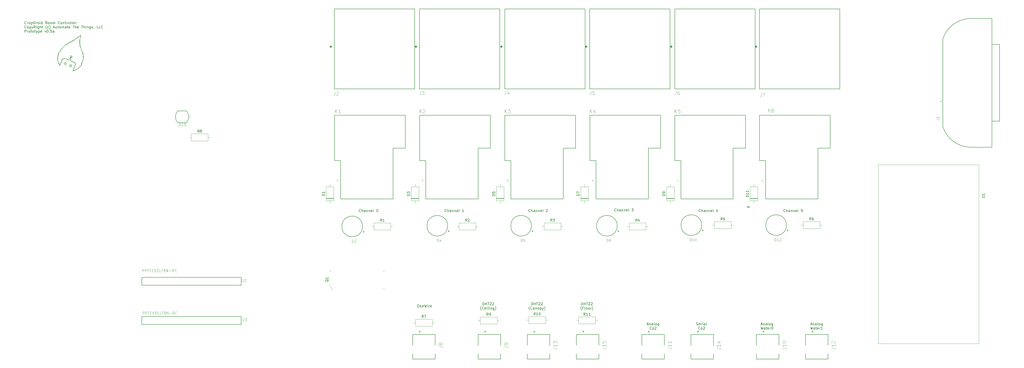
<source format=gto>
G04 #@! TF.GenerationSoftware,KiCad,Pcbnew,5.1.5-52549c5~84~ubuntu18.04.1*
G04 #@! TF.CreationDate,2020-03-01T20:40:58-05:00*
G04 #@! TF.ProjectId,cropdroid-room,63726f70-6472-46f6-9964-2d726f6f6d2e,v0.4a*
G04 #@! TF.SameCoordinates,Original*
G04 #@! TF.FileFunction,Legend,Top*
G04 #@! TF.FilePolarity,Positive*
%FSLAX46Y46*%
G04 Gerber Fmt 4.6, Leading zero omitted, Abs format (unit mm)*
G04 Created by KiCad (PCBNEW 5.1.5-52549c5~84~ubuntu18.04.1) date 2020-03-01 20:40:58*
%MOMM*%
%LPD*%
G04 APERTURE LIST*
%ADD10C,0.150000*%
%ADD11C,0.010000*%
%ADD12C,0.200000*%
%ADD13C,0.127000*%
%ADD14C,0.100000*%
%ADD15C,0.120000*%
%ADD16C,0.400000*%
%ADD17C,0.152400*%
%ADD18C,0.300000*%
%ADD19C,0.015000*%
G04 APERTURE END LIST*
D10*
X283545209Y-166330761D02*
X283688066Y-166378380D01*
X283926161Y-166378380D01*
X284021400Y-166330761D01*
X284069019Y-166283142D01*
X284116638Y-166187904D01*
X284116638Y-166092666D01*
X284069019Y-165997428D01*
X284021400Y-165949809D01*
X283926161Y-165902190D01*
X283735685Y-165854571D01*
X283640447Y-165806952D01*
X283592828Y-165759333D01*
X283545209Y-165664095D01*
X283545209Y-165568857D01*
X283592828Y-165473619D01*
X283640447Y-165426000D01*
X283735685Y-165378380D01*
X283973780Y-165378380D01*
X284116638Y-165426000D01*
X284926161Y-166330761D02*
X284830923Y-166378380D01*
X284640447Y-166378380D01*
X284545209Y-166330761D01*
X284497590Y-166235523D01*
X284497590Y-165854571D01*
X284545209Y-165759333D01*
X284640447Y-165711714D01*
X284830923Y-165711714D01*
X284926161Y-165759333D01*
X284973780Y-165854571D01*
X284973780Y-165949809D01*
X284497590Y-166045047D01*
X285402352Y-166378380D02*
X285402352Y-165711714D01*
X285402352Y-165902190D02*
X285449971Y-165806952D01*
X285497590Y-165759333D01*
X285592828Y-165711714D01*
X285688066Y-165711714D01*
X286021400Y-166378380D02*
X286021400Y-165711714D01*
X286021400Y-165378380D02*
X285973780Y-165426000D01*
X286021400Y-165473619D01*
X286069019Y-165426000D01*
X286021400Y-165378380D01*
X286021400Y-165473619D01*
X286926161Y-166378380D02*
X286926161Y-165854571D01*
X286878542Y-165759333D01*
X286783304Y-165711714D01*
X286592828Y-165711714D01*
X286497590Y-165759333D01*
X286926161Y-166330761D02*
X286830923Y-166378380D01*
X286592828Y-166378380D01*
X286497590Y-166330761D01*
X286449971Y-166235523D01*
X286449971Y-166140285D01*
X286497590Y-166045047D01*
X286592828Y-165997428D01*
X286830923Y-165997428D01*
X286926161Y-165949809D01*
X287545209Y-166378380D02*
X287449971Y-166330761D01*
X287402352Y-166235523D01*
X287402352Y-165378380D01*
X284902352Y-167933142D02*
X284854733Y-167980761D01*
X284711876Y-168028380D01*
X284616638Y-168028380D01*
X284473780Y-167980761D01*
X284378542Y-167885523D01*
X284330923Y-167790285D01*
X284283304Y-167599809D01*
X284283304Y-167456952D01*
X284330923Y-167266476D01*
X284378542Y-167171238D01*
X284473780Y-167076000D01*
X284616638Y-167028380D01*
X284711876Y-167028380D01*
X284854733Y-167076000D01*
X284902352Y-167123619D01*
X285473780Y-168028380D02*
X285378542Y-167980761D01*
X285330923Y-167933142D01*
X285283304Y-167837904D01*
X285283304Y-167552190D01*
X285330923Y-167456952D01*
X285378542Y-167409333D01*
X285473780Y-167361714D01*
X285616638Y-167361714D01*
X285711876Y-167409333D01*
X285759495Y-167456952D01*
X285807114Y-167552190D01*
X285807114Y-167837904D01*
X285759495Y-167933142D01*
X285711876Y-167980761D01*
X285616638Y-168028380D01*
X285473780Y-168028380D01*
X286188066Y-167123619D02*
X286235685Y-167076000D01*
X286330923Y-167028380D01*
X286569019Y-167028380D01*
X286664257Y-167076000D01*
X286711876Y-167123619D01*
X286759495Y-167218857D01*
X286759495Y-167314095D01*
X286711876Y-167456952D01*
X286140447Y-168028380D01*
X286759495Y-168028380D01*
X318008380Y-122277142D02*
X317960761Y-122324761D01*
X317817904Y-122372380D01*
X317722666Y-122372380D01*
X317579809Y-122324761D01*
X317484571Y-122229523D01*
X317436952Y-122134285D01*
X317389333Y-121943809D01*
X317389333Y-121800952D01*
X317436952Y-121610476D01*
X317484571Y-121515238D01*
X317579809Y-121420000D01*
X317722666Y-121372380D01*
X317817904Y-121372380D01*
X317960761Y-121420000D01*
X318008380Y-121467619D01*
X318436952Y-122372380D02*
X318436952Y-121372380D01*
X318865523Y-122372380D02*
X318865523Y-121848571D01*
X318817904Y-121753333D01*
X318722666Y-121705714D01*
X318579809Y-121705714D01*
X318484571Y-121753333D01*
X318436952Y-121800952D01*
X319770285Y-122372380D02*
X319770285Y-121848571D01*
X319722666Y-121753333D01*
X319627428Y-121705714D01*
X319436952Y-121705714D01*
X319341714Y-121753333D01*
X319770285Y-122324761D02*
X319675047Y-122372380D01*
X319436952Y-122372380D01*
X319341714Y-122324761D01*
X319294095Y-122229523D01*
X319294095Y-122134285D01*
X319341714Y-122039047D01*
X319436952Y-121991428D01*
X319675047Y-121991428D01*
X319770285Y-121943809D01*
X320246476Y-121705714D02*
X320246476Y-122372380D01*
X320246476Y-121800952D02*
X320294095Y-121753333D01*
X320389333Y-121705714D01*
X320532190Y-121705714D01*
X320627428Y-121753333D01*
X320675047Y-121848571D01*
X320675047Y-122372380D01*
X321151238Y-121705714D02*
X321151238Y-122372380D01*
X321151238Y-121800952D02*
X321198857Y-121753333D01*
X321294095Y-121705714D01*
X321436952Y-121705714D01*
X321532190Y-121753333D01*
X321579809Y-121848571D01*
X321579809Y-122372380D01*
X322436952Y-122324761D02*
X322341714Y-122372380D01*
X322151238Y-122372380D01*
X322056000Y-122324761D01*
X322008380Y-122229523D01*
X322008380Y-121848571D01*
X322056000Y-121753333D01*
X322151238Y-121705714D01*
X322341714Y-121705714D01*
X322436952Y-121753333D01*
X322484571Y-121848571D01*
X322484571Y-121943809D01*
X322008380Y-122039047D01*
X323056000Y-122372380D02*
X322960761Y-122324761D01*
X322913142Y-122229523D01*
X322913142Y-121372380D01*
X324675047Y-121372380D02*
X324198857Y-121372380D01*
X324151238Y-121848571D01*
X324198857Y-121800952D01*
X324294095Y-121753333D01*
X324532190Y-121753333D01*
X324627428Y-121800952D01*
X324675047Y-121848571D01*
X324722666Y-121943809D01*
X324722666Y-122181904D01*
X324675047Y-122277142D01*
X324627428Y-122324761D01*
X324532190Y-122372380D01*
X324294095Y-122372380D01*
X324198857Y-122324761D01*
X324151238Y-122277142D01*
X238901552Y-158605980D02*
X238901552Y-157605980D01*
X239139647Y-157605980D01*
X239282504Y-157653600D01*
X239377742Y-157748838D01*
X239425361Y-157844076D01*
X239472980Y-158034552D01*
X239472980Y-158177409D01*
X239425361Y-158367885D01*
X239377742Y-158463123D01*
X239282504Y-158558361D01*
X239139647Y-158605980D01*
X238901552Y-158605980D01*
X239901552Y-158605980D02*
X239901552Y-157605980D01*
X239901552Y-158082171D02*
X240472980Y-158082171D01*
X240472980Y-158605980D02*
X240472980Y-157605980D01*
X240806314Y-157605980D02*
X241377742Y-157605980D01*
X241092028Y-158605980D02*
X241092028Y-157605980D01*
X241663457Y-157701219D02*
X241711076Y-157653600D01*
X241806314Y-157605980D01*
X242044409Y-157605980D01*
X242139647Y-157653600D01*
X242187266Y-157701219D01*
X242234885Y-157796457D01*
X242234885Y-157891695D01*
X242187266Y-158034552D01*
X241615838Y-158605980D01*
X242234885Y-158605980D01*
X242615838Y-157701219D02*
X242663457Y-157653600D01*
X242758695Y-157605980D01*
X242996790Y-157605980D01*
X243092028Y-157653600D01*
X243139647Y-157701219D01*
X243187266Y-157796457D01*
X243187266Y-157891695D01*
X243139647Y-158034552D01*
X242568219Y-158605980D01*
X243187266Y-158605980D01*
X238972980Y-160636933D02*
X238925361Y-160589314D01*
X238830123Y-160446457D01*
X238782504Y-160351219D01*
X238734885Y-160208361D01*
X238687266Y-159970266D01*
X238687266Y-159779790D01*
X238734885Y-159541695D01*
X238782504Y-159398838D01*
X238830123Y-159303600D01*
X238925361Y-159160742D01*
X238972980Y-159113123D01*
X239687266Y-159732171D02*
X239353933Y-159732171D01*
X239353933Y-160255980D02*
X239353933Y-159255980D01*
X239830123Y-159255980D01*
X240353933Y-160255980D02*
X240258695Y-160208361D01*
X240211076Y-160113123D01*
X240211076Y-159255980D01*
X240877742Y-160255980D02*
X240782504Y-160208361D01*
X240734885Y-160160742D01*
X240687266Y-160065504D01*
X240687266Y-159779790D01*
X240734885Y-159684552D01*
X240782504Y-159636933D01*
X240877742Y-159589314D01*
X241020600Y-159589314D01*
X241115838Y-159636933D01*
X241163457Y-159684552D01*
X241211076Y-159779790D01*
X241211076Y-160065504D01*
X241163457Y-160160742D01*
X241115838Y-160208361D01*
X241020600Y-160255980D01*
X240877742Y-160255980D01*
X241782504Y-160255980D02*
X241687266Y-160208361D01*
X241639647Y-160160742D01*
X241592028Y-160065504D01*
X241592028Y-159779790D01*
X241639647Y-159684552D01*
X241687266Y-159636933D01*
X241782504Y-159589314D01*
X241925361Y-159589314D01*
X242020600Y-159636933D01*
X242068219Y-159684552D01*
X242115838Y-159779790D01*
X242115838Y-160065504D01*
X242068219Y-160160742D01*
X242020600Y-160208361D01*
X241925361Y-160255980D01*
X241782504Y-160255980D01*
X242544409Y-160255980D02*
X242544409Y-159589314D01*
X242544409Y-159779790D02*
X242592028Y-159684552D01*
X242639647Y-159636933D01*
X242734885Y-159589314D01*
X242830123Y-159589314D01*
X243068219Y-160636933D02*
X243115838Y-160589314D01*
X243211076Y-160446457D01*
X243258695Y-160351219D01*
X243306314Y-160208361D01*
X243353933Y-159970266D01*
X243353933Y-159779790D01*
X243306314Y-159541695D01*
X243258695Y-159398838D01*
X243211076Y-159303600D01*
X243115838Y-159160742D01*
X243068219Y-159113123D01*
X219546752Y-158605980D02*
X219546752Y-157605980D01*
X219784847Y-157605980D01*
X219927704Y-157653600D01*
X220022942Y-157748838D01*
X220070561Y-157844076D01*
X220118180Y-158034552D01*
X220118180Y-158177409D01*
X220070561Y-158367885D01*
X220022942Y-158463123D01*
X219927704Y-158558361D01*
X219784847Y-158605980D01*
X219546752Y-158605980D01*
X220546752Y-158605980D02*
X220546752Y-157605980D01*
X220546752Y-158082171D02*
X221118180Y-158082171D01*
X221118180Y-158605980D02*
X221118180Y-157605980D01*
X221451514Y-157605980D02*
X222022942Y-157605980D01*
X221737228Y-158605980D02*
X221737228Y-157605980D01*
X222308657Y-157701219D02*
X222356276Y-157653600D01*
X222451514Y-157605980D01*
X222689609Y-157605980D01*
X222784847Y-157653600D01*
X222832466Y-157701219D01*
X222880085Y-157796457D01*
X222880085Y-157891695D01*
X222832466Y-158034552D01*
X222261038Y-158605980D01*
X222880085Y-158605980D01*
X223261038Y-157701219D02*
X223308657Y-157653600D01*
X223403895Y-157605980D01*
X223641990Y-157605980D01*
X223737228Y-157653600D01*
X223784847Y-157701219D01*
X223832466Y-157796457D01*
X223832466Y-157891695D01*
X223784847Y-158034552D01*
X223213419Y-158605980D01*
X223832466Y-158605980D01*
X218832466Y-160636933D02*
X218784847Y-160589314D01*
X218689609Y-160446457D01*
X218641990Y-160351219D01*
X218594371Y-160208361D01*
X218546752Y-159970266D01*
X218546752Y-159779790D01*
X218594371Y-159541695D01*
X218641990Y-159398838D01*
X218689609Y-159303600D01*
X218784847Y-159160742D01*
X218832466Y-159113123D01*
X219784847Y-160160742D02*
X219737228Y-160208361D01*
X219594371Y-160255980D01*
X219499133Y-160255980D01*
X219356276Y-160208361D01*
X219261038Y-160113123D01*
X219213419Y-160017885D01*
X219165800Y-159827409D01*
X219165800Y-159684552D01*
X219213419Y-159494076D01*
X219261038Y-159398838D01*
X219356276Y-159303600D01*
X219499133Y-159255980D01*
X219594371Y-159255980D01*
X219737228Y-159303600D01*
X219784847Y-159351219D01*
X220641990Y-160255980D02*
X220641990Y-159732171D01*
X220594371Y-159636933D01*
X220499133Y-159589314D01*
X220308657Y-159589314D01*
X220213419Y-159636933D01*
X220641990Y-160208361D02*
X220546752Y-160255980D01*
X220308657Y-160255980D01*
X220213419Y-160208361D01*
X220165800Y-160113123D01*
X220165800Y-160017885D01*
X220213419Y-159922647D01*
X220308657Y-159875028D01*
X220546752Y-159875028D01*
X220641990Y-159827409D01*
X221118180Y-159589314D02*
X221118180Y-160255980D01*
X221118180Y-159684552D02*
X221165800Y-159636933D01*
X221261038Y-159589314D01*
X221403895Y-159589314D01*
X221499133Y-159636933D01*
X221546752Y-159732171D01*
X221546752Y-160255980D01*
X222165800Y-160255980D02*
X222070561Y-160208361D01*
X222022942Y-160160742D01*
X221975323Y-160065504D01*
X221975323Y-159779790D01*
X222022942Y-159684552D01*
X222070561Y-159636933D01*
X222165800Y-159589314D01*
X222308657Y-159589314D01*
X222403895Y-159636933D01*
X222451514Y-159684552D01*
X222499133Y-159779790D01*
X222499133Y-160065504D01*
X222451514Y-160160742D01*
X222403895Y-160208361D01*
X222308657Y-160255980D01*
X222165800Y-160255980D01*
X222927704Y-159589314D02*
X222927704Y-160589314D01*
X222927704Y-159636933D02*
X223022942Y-159589314D01*
X223213419Y-159589314D01*
X223308657Y-159636933D01*
X223356276Y-159684552D01*
X223403895Y-159779790D01*
X223403895Y-160065504D01*
X223356276Y-160160742D01*
X223308657Y-160208361D01*
X223213419Y-160255980D01*
X223022942Y-160255980D01*
X222927704Y-160208361D01*
X223737228Y-159589314D02*
X223975323Y-160255980D01*
X224213419Y-159589314D02*
X223975323Y-160255980D01*
X223880085Y-160494076D01*
X223832466Y-160541695D01*
X223737228Y-160589314D01*
X224499133Y-160636933D02*
X224546752Y-160589314D01*
X224641990Y-160446457D01*
X224689609Y-160351219D01*
X224737228Y-160208361D01*
X224784847Y-159970266D01*
X224784847Y-159779790D01*
X224737228Y-159541695D01*
X224689609Y-159398838D01*
X224641990Y-159303600D01*
X224546752Y-159160742D01*
X224499133Y-159113123D01*
X200623752Y-158605980D02*
X200623752Y-157605980D01*
X200861847Y-157605980D01*
X201004704Y-157653600D01*
X201099942Y-157748838D01*
X201147561Y-157844076D01*
X201195180Y-158034552D01*
X201195180Y-158177409D01*
X201147561Y-158367885D01*
X201099942Y-158463123D01*
X201004704Y-158558361D01*
X200861847Y-158605980D01*
X200623752Y-158605980D01*
X201623752Y-158605980D02*
X201623752Y-157605980D01*
X201623752Y-158082171D02*
X202195180Y-158082171D01*
X202195180Y-158605980D02*
X202195180Y-157605980D01*
X202528514Y-157605980D02*
X203099942Y-157605980D01*
X202814228Y-158605980D02*
X202814228Y-157605980D01*
X203385657Y-157701219D02*
X203433276Y-157653600D01*
X203528514Y-157605980D01*
X203766609Y-157605980D01*
X203861847Y-157653600D01*
X203909466Y-157701219D01*
X203957085Y-157796457D01*
X203957085Y-157891695D01*
X203909466Y-158034552D01*
X203338038Y-158605980D01*
X203957085Y-158605980D01*
X204338038Y-157701219D02*
X204385657Y-157653600D01*
X204480895Y-157605980D01*
X204718990Y-157605980D01*
X204814228Y-157653600D01*
X204861847Y-157701219D01*
X204909466Y-157796457D01*
X204909466Y-157891695D01*
X204861847Y-158034552D01*
X204290419Y-158605980D01*
X204909466Y-158605980D01*
X200028514Y-160636933D02*
X199980895Y-160589314D01*
X199885657Y-160446457D01*
X199838038Y-160351219D01*
X199790419Y-160208361D01*
X199742800Y-159970266D01*
X199742800Y-159779790D01*
X199790419Y-159541695D01*
X199838038Y-159398838D01*
X199885657Y-159303600D01*
X199980895Y-159160742D01*
X200028514Y-159113123D01*
X200980895Y-160160742D02*
X200933276Y-160208361D01*
X200790419Y-160255980D01*
X200695180Y-160255980D01*
X200552323Y-160208361D01*
X200457085Y-160113123D01*
X200409466Y-160017885D01*
X200361847Y-159827409D01*
X200361847Y-159684552D01*
X200409466Y-159494076D01*
X200457085Y-159398838D01*
X200552323Y-159303600D01*
X200695180Y-159255980D01*
X200790419Y-159255980D01*
X200933276Y-159303600D01*
X200980895Y-159351219D01*
X201790419Y-160208361D02*
X201695180Y-160255980D01*
X201504704Y-160255980D01*
X201409466Y-160208361D01*
X201361847Y-160113123D01*
X201361847Y-159732171D01*
X201409466Y-159636933D01*
X201504704Y-159589314D01*
X201695180Y-159589314D01*
X201790419Y-159636933D01*
X201838038Y-159732171D01*
X201838038Y-159827409D01*
X201361847Y-159922647D01*
X202266609Y-160255980D02*
X202266609Y-159589314D01*
X202266609Y-159255980D02*
X202218990Y-159303600D01*
X202266609Y-159351219D01*
X202314228Y-159303600D01*
X202266609Y-159255980D01*
X202266609Y-159351219D01*
X202885657Y-160255980D02*
X202790419Y-160208361D01*
X202742800Y-160113123D01*
X202742800Y-159255980D01*
X203266609Y-160255980D02*
X203266609Y-159589314D01*
X203266609Y-159255980D02*
X203218990Y-159303600D01*
X203266609Y-159351219D01*
X203314228Y-159303600D01*
X203266609Y-159255980D01*
X203266609Y-159351219D01*
X203742800Y-159589314D02*
X203742800Y-160255980D01*
X203742800Y-159684552D02*
X203790419Y-159636933D01*
X203885657Y-159589314D01*
X204028514Y-159589314D01*
X204123752Y-159636933D01*
X204171371Y-159732171D01*
X204171371Y-160255980D01*
X205076133Y-159589314D02*
X205076133Y-160398838D01*
X205028514Y-160494076D01*
X204980895Y-160541695D01*
X204885657Y-160589314D01*
X204742800Y-160589314D01*
X204647561Y-160541695D01*
X205076133Y-160208361D02*
X204980895Y-160255980D01*
X204790419Y-160255980D01*
X204695180Y-160208361D01*
X204647561Y-160160742D01*
X204599942Y-160065504D01*
X204599942Y-159779790D01*
X204647561Y-159684552D01*
X204695180Y-159636933D01*
X204790419Y-159589314D01*
X204980895Y-159589314D01*
X205076133Y-159636933D01*
X205457085Y-160636933D02*
X205504704Y-160589314D01*
X205599942Y-160446457D01*
X205647561Y-160351219D01*
X205695180Y-160208361D01*
X205742800Y-159970266D01*
X205742800Y-159779790D01*
X205695180Y-159541695D01*
X205647561Y-159398838D01*
X205599942Y-159303600D01*
X205504704Y-159160742D01*
X205457085Y-159113123D01*
X285115380Y-122277142D02*
X285067761Y-122324761D01*
X284924904Y-122372380D01*
X284829666Y-122372380D01*
X284686809Y-122324761D01*
X284591571Y-122229523D01*
X284543952Y-122134285D01*
X284496333Y-121943809D01*
X284496333Y-121800952D01*
X284543952Y-121610476D01*
X284591571Y-121515238D01*
X284686809Y-121420000D01*
X284829666Y-121372380D01*
X284924904Y-121372380D01*
X285067761Y-121420000D01*
X285115380Y-121467619D01*
X285543952Y-122372380D02*
X285543952Y-121372380D01*
X285972523Y-122372380D02*
X285972523Y-121848571D01*
X285924904Y-121753333D01*
X285829666Y-121705714D01*
X285686809Y-121705714D01*
X285591571Y-121753333D01*
X285543952Y-121800952D01*
X286877285Y-122372380D02*
X286877285Y-121848571D01*
X286829666Y-121753333D01*
X286734428Y-121705714D01*
X286543952Y-121705714D01*
X286448714Y-121753333D01*
X286877285Y-122324761D02*
X286782047Y-122372380D01*
X286543952Y-122372380D01*
X286448714Y-122324761D01*
X286401095Y-122229523D01*
X286401095Y-122134285D01*
X286448714Y-122039047D01*
X286543952Y-121991428D01*
X286782047Y-121991428D01*
X286877285Y-121943809D01*
X287353476Y-121705714D02*
X287353476Y-122372380D01*
X287353476Y-121800952D02*
X287401095Y-121753333D01*
X287496333Y-121705714D01*
X287639190Y-121705714D01*
X287734428Y-121753333D01*
X287782047Y-121848571D01*
X287782047Y-122372380D01*
X288258238Y-121705714D02*
X288258238Y-122372380D01*
X288258238Y-121800952D02*
X288305857Y-121753333D01*
X288401095Y-121705714D01*
X288543952Y-121705714D01*
X288639190Y-121753333D01*
X288686809Y-121848571D01*
X288686809Y-122372380D01*
X289543952Y-122324761D02*
X289448714Y-122372380D01*
X289258238Y-122372380D01*
X289163000Y-122324761D01*
X289115380Y-122229523D01*
X289115380Y-121848571D01*
X289163000Y-121753333D01*
X289258238Y-121705714D01*
X289448714Y-121705714D01*
X289543952Y-121753333D01*
X289591571Y-121848571D01*
X289591571Y-121943809D01*
X289115380Y-122039047D01*
X290163000Y-122372380D02*
X290067761Y-122324761D01*
X290020142Y-122229523D01*
X290020142Y-121372380D01*
X291734428Y-121705714D02*
X291734428Y-122372380D01*
X291496333Y-121324761D02*
X291258238Y-122039047D01*
X291877285Y-122039047D01*
X252349380Y-122023142D02*
X252301761Y-122070761D01*
X252158904Y-122118380D01*
X252063666Y-122118380D01*
X251920809Y-122070761D01*
X251825571Y-121975523D01*
X251777952Y-121880285D01*
X251730333Y-121689809D01*
X251730333Y-121546952D01*
X251777952Y-121356476D01*
X251825571Y-121261238D01*
X251920809Y-121166000D01*
X252063666Y-121118380D01*
X252158904Y-121118380D01*
X252301761Y-121166000D01*
X252349380Y-121213619D01*
X252777952Y-122118380D02*
X252777952Y-121118380D01*
X253206523Y-122118380D02*
X253206523Y-121594571D01*
X253158904Y-121499333D01*
X253063666Y-121451714D01*
X252920809Y-121451714D01*
X252825571Y-121499333D01*
X252777952Y-121546952D01*
X254111285Y-122118380D02*
X254111285Y-121594571D01*
X254063666Y-121499333D01*
X253968428Y-121451714D01*
X253777952Y-121451714D01*
X253682714Y-121499333D01*
X254111285Y-122070761D02*
X254016047Y-122118380D01*
X253777952Y-122118380D01*
X253682714Y-122070761D01*
X253635095Y-121975523D01*
X253635095Y-121880285D01*
X253682714Y-121785047D01*
X253777952Y-121737428D01*
X254016047Y-121737428D01*
X254111285Y-121689809D01*
X254587476Y-121451714D02*
X254587476Y-122118380D01*
X254587476Y-121546952D02*
X254635095Y-121499333D01*
X254730333Y-121451714D01*
X254873190Y-121451714D01*
X254968428Y-121499333D01*
X255016047Y-121594571D01*
X255016047Y-122118380D01*
X255492238Y-121451714D02*
X255492238Y-122118380D01*
X255492238Y-121546952D02*
X255539857Y-121499333D01*
X255635095Y-121451714D01*
X255777952Y-121451714D01*
X255873190Y-121499333D01*
X255920809Y-121594571D01*
X255920809Y-122118380D01*
X256777952Y-122070761D02*
X256682714Y-122118380D01*
X256492238Y-122118380D01*
X256397000Y-122070761D01*
X256349380Y-121975523D01*
X256349380Y-121594571D01*
X256397000Y-121499333D01*
X256492238Y-121451714D01*
X256682714Y-121451714D01*
X256777952Y-121499333D01*
X256825571Y-121594571D01*
X256825571Y-121689809D01*
X256349380Y-121785047D01*
X257397000Y-122118380D02*
X257301761Y-122070761D01*
X257254142Y-121975523D01*
X257254142Y-121118380D01*
X258444619Y-121118380D02*
X259063666Y-121118380D01*
X258730333Y-121499333D01*
X258873190Y-121499333D01*
X258968428Y-121546952D01*
X259016047Y-121594571D01*
X259063666Y-121689809D01*
X259063666Y-121927904D01*
X259016047Y-122023142D01*
X258968428Y-122070761D01*
X258873190Y-122118380D01*
X258587476Y-122118380D01*
X258492238Y-122070761D01*
X258444619Y-122023142D01*
X219075380Y-122277142D02*
X219027761Y-122324761D01*
X218884904Y-122372380D01*
X218789666Y-122372380D01*
X218646809Y-122324761D01*
X218551571Y-122229523D01*
X218503952Y-122134285D01*
X218456333Y-121943809D01*
X218456333Y-121800952D01*
X218503952Y-121610476D01*
X218551571Y-121515238D01*
X218646809Y-121420000D01*
X218789666Y-121372380D01*
X218884904Y-121372380D01*
X219027761Y-121420000D01*
X219075380Y-121467619D01*
X219503952Y-122372380D02*
X219503952Y-121372380D01*
X219932523Y-122372380D02*
X219932523Y-121848571D01*
X219884904Y-121753333D01*
X219789666Y-121705714D01*
X219646809Y-121705714D01*
X219551571Y-121753333D01*
X219503952Y-121800952D01*
X220837285Y-122372380D02*
X220837285Y-121848571D01*
X220789666Y-121753333D01*
X220694428Y-121705714D01*
X220503952Y-121705714D01*
X220408714Y-121753333D01*
X220837285Y-122324761D02*
X220742047Y-122372380D01*
X220503952Y-122372380D01*
X220408714Y-122324761D01*
X220361095Y-122229523D01*
X220361095Y-122134285D01*
X220408714Y-122039047D01*
X220503952Y-121991428D01*
X220742047Y-121991428D01*
X220837285Y-121943809D01*
X221313476Y-121705714D02*
X221313476Y-122372380D01*
X221313476Y-121800952D02*
X221361095Y-121753333D01*
X221456333Y-121705714D01*
X221599190Y-121705714D01*
X221694428Y-121753333D01*
X221742047Y-121848571D01*
X221742047Y-122372380D01*
X222218238Y-121705714D02*
X222218238Y-122372380D01*
X222218238Y-121800952D02*
X222265857Y-121753333D01*
X222361095Y-121705714D01*
X222503952Y-121705714D01*
X222599190Y-121753333D01*
X222646809Y-121848571D01*
X222646809Y-122372380D01*
X223503952Y-122324761D02*
X223408714Y-122372380D01*
X223218238Y-122372380D01*
X223123000Y-122324761D01*
X223075380Y-122229523D01*
X223075380Y-121848571D01*
X223123000Y-121753333D01*
X223218238Y-121705714D01*
X223408714Y-121705714D01*
X223503952Y-121753333D01*
X223551571Y-121848571D01*
X223551571Y-121943809D01*
X223075380Y-122039047D01*
X224123000Y-122372380D02*
X224027761Y-122324761D01*
X223980142Y-122229523D01*
X223980142Y-121372380D01*
X225218238Y-121467619D02*
X225265857Y-121420000D01*
X225361095Y-121372380D01*
X225599190Y-121372380D01*
X225694428Y-121420000D01*
X225742047Y-121467619D01*
X225789666Y-121562857D01*
X225789666Y-121658095D01*
X225742047Y-121800952D01*
X225170619Y-122372380D01*
X225789666Y-122372380D01*
X186563380Y-122277142D02*
X186515761Y-122324761D01*
X186372904Y-122372380D01*
X186277666Y-122372380D01*
X186134809Y-122324761D01*
X186039571Y-122229523D01*
X185991952Y-122134285D01*
X185944333Y-121943809D01*
X185944333Y-121800952D01*
X185991952Y-121610476D01*
X186039571Y-121515238D01*
X186134809Y-121420000D01*
X186277666Y-121372380D01*
X186372904Y-121372380D01*
X186515761Y-121420000D01*
X186563380Y-121467619D01*
X186991952Y-122372380D02*
X186991952Y-121372380D01*
X187420523Y-122372380D02*
X187420523Y-121848571D01*
X187372904Y-121753333D01*
X187277666Y-121705714D01*
X187134809Y-121705714D01*
X187039571Y-121753333D01*
X186991952Y-121800952D01*
X188325285Y-122372380D02*
X188325285Y-121848571D01*
X188277666Y-121753333D01*
X188182428Y-121705714D01*
X187991952Y-121705714D01*
X187896714Y-121753333D01*
X188325285Y-122324761D02*
X188230047Y-122372380D01*
X187991952Y-122372380D01*
X187896714Y-122324761D01*
X187849095Y-122229523D01*
X187849095Y-122134285D01*
X187896714Y-122039047D01*
X187991952Y-121991428D01*
X188230047Y-121991428D01*
X188325285Y-121943809D01*
X188801476Y-121705714D02*
X188801476Y-122372380D01*
X188801476Y-121800952D02*
X188849095Y-121753333D01*
X188944333Y-121705714D01*
X189087190Y-121705714D01*
X189182428Y-121753333D01*
X189230047Y-121848571D01*
X189230047Y-122372380D01*
X189706238Y-121705714D02*
X189706238Y-122372380D01*
X189706238Y-121800952D02*
X189753857Y-121753333D01*
X189849095Y-121705714D01*
X189991952Y-121705714D01*
X190087190Y-121753333D01*
X190134809Y-121848571D01*
X190134809Y-122372380D01*
X190991952Y-122324761D02*
X190896714Y-122372380D01*
X190706238Y-122372380D01*
X190611000Y-122324761D01*
X190563380Y-122229523D01*
X190563380Y-121848571D01*
X190611000Y-121753333D01*
X190706238Y-121705714D01*
X190896714Y-121705714D01*
X190991952Y-121753333D01*
X191039571Y-121848571D01*
X191039571Y-121943809D01*
X190563380Y-122039047D01*
X191611000Y-122372380D02*
X191515761Y-122324761D01*
X191468142Y-122229523D01*
X191468142Y-121372380D01*
X193277666Y-122372380D02*
X192706238Y-122372380D01*
X192991952Y-122372380D02*
X192991952Y-121372380D01*
X192896714Y-121515238D01*
X192801476Y-121610476D01*
X192706238Y-121658095D01*
X153289380Y-122277142D02*
X153241761Y-122324761D01*
X153098904Y-122372380D01*
X153003666Y-122372380D01*
X152860809Y-122324761D01*
X152765571Y-122229523D01*
X152717952Y-122134285D01*
X152670333Y-121943809D01*
X152670333Y-121800952D01*
X152717952Y-121610476D01*
X152765571Y-121515238D01*
X152860809Y-121420000D01*
X153003666Y-121372380D01*
X153098904Y-121372380D01*
X153241761Y-121420000D01*
X153289380Y-121467619D01*
X153717952Y-122372380D02*
X153717952Y-121372380D01*
X154146523Y-122372380D02*
X154146523Y-121848571D01*
X154098904Y-121753333D01*
X154003666Y-121705714D01*
X153860809Y-121705714D01*
X153765571Y-121753333D01*
X153717952Y-121800952D01*
X155051285Y-122372380D02*
X155051285Y-121848571D01*
X155003666Y-121753333D01*
X154908428Y-121705714D01*
X154717952Y-121705714D01*
X154622714Y-121753333D01*
X155051285Y-122324761D02*
X154956047Y-122372380D01*
X154717952Y-122372380D01*
X154622714Y-122324761D01*
X154575095Y-122229523D01*
X154575095Y-122134285D01*
X154622714Y-122039047D01*
X154717952Y-121991428D01*
X154956047Y-121991428D01*
X155051285Y-121943809D01*
X155527476Y-121705714D02*
X155527476Y-122372380D01*
X155527476Y-121800952D02*
X155575095Y-121753333D01*
X155670333Y-121705714D01*
X155813190Y-121705714D01*
X155908428Y-121753333D01*
X155956047Y-121848571D01*
X155956047Y-122372380D01*
X156432238Y-121705714D02*
X156432238Y-122372380D01*
X156432238Y-121800952D02*
X156479857Y-121753333D01*
X156575095Y-121705714D01*
X156717952Y-121705714D01*
X156813190Y-121753333D01*
X156860809Y-121848571D01*
X156860809Y-122372380D01*
X157717952Y-122324761D02*
X157622714Y-122372380D01*
X157432238Y-122372380D01*
X157337000Y-122324761D01*
X157289380Y-122229523D01*
X157289380Y-121848571D01*
X157337000Y-121753333D01*
X157432238Y-121705714D01*
X157622714Y-121705714D01*
X157717952Y-121753333D01*
X157765571Y-121848571D01*
X157765571Y-121943809D01*
X157289380Y-122039047D01*
X158337000Y-122372380D02*
X158241761Y-122324761D01*
X158194142Y-122229523D01*
X158194142Y-121372380D01*
X159670333Y-121372380D02*
X159765571Y-121372380D01*
X159860809Y-121420000D01*
X159908428Y-121467619D01*
X159956047Y-121562857D01*
X160003666Y-121753333D01*
X160003666Y-121991428D01*
X159956047Y-122181904D01*
X159908428Y-122277142D01*
X159860809Y-122324761D01*
X159765571Y-122372380D01*
X159670333Y-122372380D01*
X159575095Y-122324761D01*
X159527476Y-122277142D01*
X159479857Y-122181904D01*
X159432238Y-121991428D01*
X159432238Y-121753333D01*
X159479857Y-121562857D01*
X159527476Y-121467619D01*
X159575095Y-121420000D01*
X159670333Y-121372380D01*
X327865076Y-166092666D02*
X328341266Y-166092666D01*
X327769838Y-166378380D02*
X328103171Y-165378380D01*
X328436504Y-166378380D01*
X328769838Y-165711714D02*
X328769838Y-166378380D01*
X328769838Y-165806952D02*
X328817457Y-165759333D01*
X328912695Y-165711714D01*
X329055552Y-165711714D01*
X329150790Y-165759333D01*
X329198409Y-165854571D01*
X329198409Y-166378380D01*
X330103171Y-166378380D02*
X330103171Y-165854571D01*
X330055552Y-165759333D01*
X329960314Y-165711714D01*
X329769838Y-165711714D01*
X329674600Y-165759333D01*
X330103171Y-166330761D02*
X330007933Y-166378380D01*
X329769838Y-166378380D01*
X329674600Y-166330761D01*
X329626980Y-166235523D01*
X329626980Y-166140285D01*
X329674600Y-166045047D01*
X329769838Y-165997428D01*
X330007933Y-165997428D01*
X330103171Y-165949809D01*
X330722219Y-166378380D02*
X330626980Y-166330761D01*
X330579361Y-166235523D01*
X330579361Y-165378380D01*
X331246028Y-166378380D02*
X331150790Y-166330761D01*
X331103171Y-166283142D01*
X331055552Y-166187904D01*
X331055552Y-165902190D01*
X331103171Y-165806952D01*
X331150790Y-165759333D01*
X331246028Y-165711714D01*
X331388885Y-165711714D01*
X331484123Y-165759333D01*
X331531742Y-165806952D01*
X331579361Y-165902190D01*
X331579361Y-166187904D01*
X331531742Y-166283142D01*
X331484123Y-166330761D01*
X331388885Y-166378380D01*
X331246028Y-166378380D01*
X332436504Y-165711714D02*
X332436504Y-166521238D01*
X332388885Y-166616476D01*
X332341266Y-166664095D01*
X332246028Y-166711714D01*
X332103171Y-166711714D01*
X332007933Y-166664095D01*
X332436504Y-166330761D02*
X332341266Y-166378380D01*
X332150790Y-166378380D01*
X332055552Y-166330761D01*
X332007933Y-166283142D01*
X331960314Y-166187904D01*
X331960314Y-165902190D01*
X332007933Y-165806952D01*
X332055552Y-165759333D01*
X332150790Y-165711714D01*
X332341266Y-165711714D01*
X332436504Y-165759333D01*
X327793647Y-167028380D02*
X328031742Y-168028380D01*
X328222219Y-167314095D01*
X328412695Y-168028380D01*
X328650790Y-167028380D01*
X329460314Y-168028380D02*
X329460314Y-167504571D01*
X329412695Y-167409333D01*
X329317457Y-167361714D01*
X329126980Y-167361714D01*
X329031742Y-167409333D01*
X329460314Y-167980761D02*
X329365076Y-168028380D01*
X329126980Y-168028380D01*
X329031742Y-167980761D01*
X328984123Y-167885523D01*
X328984123Y-167790285D01*
X329031742Y-167695047D01*
X329126980Y-167647428D01*
X329365076Y-167647428D01*
X329460314Y-167599809D01*
X329793647Y-167361714D02*
X330174600Y-167361714D01*
X329936504Y-167028380D02*
X329936504Y-167885523D01*
X329984123Y-167980761D01*
X330079361Y-168028380D01*
X330174600Y-168028380D01*
X330888885Y-167980761D02*
X330793647Y-168028380D01*
X330603171Y-168028380D01*
X330507933Y-167980761D01*
X330460314Y-167885523D01*
X330460314Y-167504571D01*
X330507933Y-167409333D01*
X330603171Y-167361714D01*
X330793647Y-167361714D01*
X330888885Y-167409333D01*
X330936504Y-167504571D01*
X330936504Y-167599809D01*
X330460314Y-167695047D01*
X331365076Y-168028380D02*
X331365076Y-167361714D01*
X331365076Y-167552190D02*
X331412695Y-167456952D01*
X331460314Y-167409333D01*
X331555552Y-167361714D01*
X331650790Y-167361714D01*
X332507933Y-168028380D02*
X331936504Y-168028380D01*
X332222219Y-168028380D02*
X332222219Y-167028380D01*
X332126980Y-167171238D01*
X332031742Y-167266476D01*
X331936504Y-167314095D01*
X308611876Y-166092666D02*
X309088066Y-166092666D01*
X308516638Y-166378380D02*
X308849971Y-165378380D01*
X309183304Y-166378380D01*
X309516638Y-165711714D02*
X309516638Y-166378380D01*
X309516638Y-165806952D02*
X309564257Y-165759333D01*
X309659495Y-165711714D01*
X309802352Y-165711714D01*
X309897590Y-165759333D01*
X309945209Y-165854571D01*
X309945209Y-166378380D01*
X310849971Y-166378380D02*
X310849971Y-165854571D01*
X310802352Y-165759333D01*
X310707114Y-165711714D01*
X310516638Y-165711714D01*
X310421400Y-165759333D01*
X310849971Y-166330761D02*
X310754733Y-166378380D01*
X310516638Y-166378380D01*
X310421400Y-166330761D01*
X310373780Y-166235523D01*
X310373780Y-166140285D01*
X310421400Y-166045047D01*
X310516638Y-165997428D01*
X310754733Y-165997428D01*
X310849971Y-165949809D01*
X311469019Y-166378380D02*
X311373780Y-166330761D01*
X311326161Y-166235523D01*
X311326161Y-165378380D01*
X311992828Y-166378380D02*
X311897590Y-166330761D01*
X311849971Y-166283142D01*
X311802352Y-166187904D01*
X311802352Y-165902190D01*
X311849971Y-165806952D01*
X311897590Y-165759333D01*
X311992828Y-165711714D01*
X312135685Y-165711714D01*
X312230923Y-165759333D01*
X312278542Y-165806952D01*
X312326161Y-165902190D01*
X312326161Y-166187904D01*
X312278542Y-166283142D01*
X312230923Y-166330761D01*
X312135685Y-166378380D01*
X311992828Y-166378380D01*
X313183304Y-165711714D02*
X313183304Y-166521238D01*
X313135685Y-166616476D01*
X313088066Y-166664095D01*
X312992828Y-166711714D01*
X312849971Y-166711714D01*
X312754733Y-166664095D01*
X313183304Y-166330761D02*
X313088066Y-166378380D01*
X312897590Y-166378380D01*
X312802352Y-166330761D01*
X312754733Y-166283142D01*
X312707114Y-166187904D01*
X312707114Y-165902190D01*
X312754733Y-165806952D01*
X312802352Y-165759333D01*
X312897590Y-165711714D01*
X313088066Y-165711714D01*
X313183304Y-165759333D01*
X308540447Y-167028380D02*
X308778542Y-168028380D01*
X308969019Y-167314095D01*
X309159495Y-168028380D01*
X309397590Y-167028380D01*
X310207114Y-168028380D02*
X310207114Y-167504571D01*
X310159495Y-167409333D01*
X310064257Y-167361714D01*
X309873780Y-167361714D01*
X309778542Y-167409333D01*
X310207114Y-167980761D02*
X310111876Y-168028380D01*
X309873780Y-168028380D01*
X309778542Y-167980761D01*
X309730923Y-167885523D01*
X309730923Y-167790285D01*
X309778542Y-167695047D01*
X309873780Y-167647428D01*
X310111876Y-167647428D01*
X310207114Y-167599809D01*
X310540447Y-167361714D02*
X310921400Y-167361714D01*
X310683304Y-167028380D02*
X310683304Y-167885523D01*
X310730923Y-167980761D01*
X310826161Y-168028380D01*
X310921400Y-168028380D01*
X311635685Y-167980761D02*
X311540447Y-168028380D01*
X311349971Y-168028380D01*
X311254733Y-167980761D01*
X311207114Y-167885523D01*
X311207114Y-167504571D01*
X311254733Y-167409333D01*
X311349971Y-167361714D01*
X311540447Y-167361714D01*
X311635685Y-167409333D01*
X311683304Y-167504571D01*
X311683304Y-167599809D01*
X311207114Y-167695047D01*
X312111876Y-168028380D02*
X312111876Y-167361714D01*
X312111876Y-167552190D02*
X312159495Y-167456952D01*
X312207114Y-167409333D01*
X312302352Y-167361714D01*
X312397590Y-167361714D01*
X312921400Y-167028380D02*
X313016638Y-167028380D01*
X313111876Y-167076000D01*
X313159495Y-167123619D01*
X313207114Y-167218857D01*
X313254733Y-167409333D01*
X313254733Y-167647428D01*
X313207114Y-167837904D01*
X313159495Y-167933142D01*
X313111876Y-167980761D01*
X313016638Y-168028380D01*
X312921400Y-168028380D01*
X312826161Y-167980761D01*
X312778542Y-167933142D01*
X312730923Y-167837904D01*
X312683304Y-167647428D01*
X312683304Y-167409333D01*
X312730923Y-167218857D01*
X312778542Y-167123619D01*
X312826161Y-167076000D01*
X312921400Y-167028380D01*
X264390476Y-166092666D02*
X264866666Y-166092666D01*
X264295238Y-166378380D02*
X264628571Y-165378380D01*
X264961904Y-166378380D01*
X265295238Y-165711714D02*
X265295238Y-166378380D01*
X265295238Y-165806952D02*
X265342857Y-165759333D01*
X265438095Y-165711714D01*
X265580952Y-165711714D01*
X265676190Y-165759333D01*
X265723809Y-165854571D01*
X265723809Y-166378380D01*
X266628571Y-166378380D02*
X266628571Y-165854571D01*
X266580952Y-165759333D01*
X266485714Y-165711714D01*
X266295238Y-165711714D01*
X266200000Y-165759333D01*
X266628571Y-166330761D02*
X266533333Y-166378380D01*
X266295238Y-166378380D01*
X266200000Y-166330761D01*
X266152380Y-166235523D01*
X266152380Y-166140285D01*
X266200000Y-166045047D01*
X266295238Y-165997428D01*
X266533333Y-165997428D01*
X266628571Y-165949809D01*
X267247619Y-166378380D02*
X267152380Y-166330761D01*
X267104761Y-166235523D01*
X267104761Y-165378380D01*
X267771428Y-166378380D02*
X267676190Y-166330761D01*
X267628571Y-166283142D01*
X267580952Y-166187904D01*
X267580952Y-165902190D01*
X267628571Y-165806952D01*
X267676190Y-165759333D01*
X267771428Y-165711714D01*
X267914285Y-165711714D01*
X268009523Y-165759333D01*
X268057142Y-165806952D01*
X268104761Y-165902190D01*
X268104761Y-166187904D01*
X268057142Y-166283142D01*
X268009523Y-166330761D01*
X267914285Y-166378380D01*
X267771428Y-166378380D01*
X268961904Y-165711714D02*
X268961904Y-166521238D01*
X268914285Y-166616476D01*
X268866666Y-166664095D01*
X268771428Y-166711714D01*
X268628571Y-166711714D01*
X268533333Y-166664095D01*
X268961904Y-166330761D02*
X268866666Y-166378380D01*
X268676190Y-166378380D01*
X268580952Y-166330761D01*
X268533333Y-166283142D01*
X268485714Y-166187904D01*
X268485714Y-165902190D01*
X268533333Y-165806952D01*
X268580952Y-165759333D01*
X268676190Y-165711714D01*
X268866666Y-165711714D01*
X268961904Y-165759333D01*
X266080952Y-167933142D02*
X266033333Y-167980761D01*
X265890476Y-168028380D01*
X265795238Y-168028380D01*
X265652380Y-167980761D01*
X265557142Y-167885523D01*
X265509523Y-167790285D01*
X265461904Y-167599809D01*
X265461904Y-167456952D01*
X265509523Y-167266476D01*
X265557142Y-167171238D01*
X265652380Y-167076000D01*
X265795238Y-167028380D01*
X265890476Y-167028380D01*
X266033333Y-167076000D01*
X266080952Y-167123619D01*
X266652380Y-168028380D02*
X266557142Y-167980761D01*
X266509523Y-167933142D01*
X266461904Y-167837904D01*
X266461904Y-167552190D01*
X266509523Y-167456952D01*
X266557142Y-167409333D01*
X266652380Y-167361714D01*
X266795238Y-167361714D01*
X266890476Y-167409333D01*
X266938095Y-167456952D01*
X266985714Y-167552190D01*
X266985714Y-167837904D01*
X266938095Y-167933142D01*
X266890476Y-167980761D01*
X266795238Y-168028380D01*
X266652380Y-168028380D01*
X267366666Y-167123619D02*
X267414285Y-167076000D01*
X267509523Y-167028380D01*
X267747619Y-167028380D01*
X267842857Y-167076000D01*
X267890476Y-167123619D01*
X267938095Y-167218857D01*
X267938095Y-167314095D01*
X267890476Y-167456952D01*
X267319047Y-168028380D01*
X267938095Y-168028380D01*
X175504790Y-158430980D02*
X175695266Y-158430980D01*
X175790504Y-158478600D01*
X175885742Y-158573838D01*
X175933361Y-158764314D01*
X175933361Y-159097647D01*
X175885742Y-159288123D01*
X175790504Y-159383361D01*
X175695266Y-159430980D01*
X175504790Y-159430980D01*
X175409552Y-159383361D01*
X175314314Y-159288123D01*
X175266695Y-159097647D01*
X175266695Y-158764314D01*
X175314314Y-158573838D01*
X175409552Y-158478600D01*
X175504790Y-158430980D01*
X176361933Y-158764314D02*
X176361933Y-159430980D01*
X176361933Y-158859552D02*
X176409552Y-158811933D01*
X176504790Y-158764314D01*
X176647647Y-158764314D01*
X176742885Y-158811933D01*
X176790504Y-158907171D01*
X176790504Y-159430980D01*
X177647647Y-159383361D02*
X177552409Y-159430980D01*
X177361933Y-159430980D01*
X177266695Y-159383361D01*
X177219076Y-159288123D01*
X177219076Y-158907171D01*
X177266695Y-158811933D01*
X177361933Y-158764314D01*
X177552409Y-158764314D01*
X177647647Y-158811933D01*
X177695266Y-158907171D01*
X177695266Y-159002409D01*
X177219076Y-159097647D01*
X178028600Y-158430980D02*
X178266695Y-159430980D01*
X178457171Y-158716695D01*
X178647647Y-159430980D01*
X178885742Y-158430980D01*
X179266695Y-159430980D02*
X179266695Y-158764314D01*
X179266695Y-158430980D02*
X179219076Y-158478600D01*
X179266695Y-158526219D01*
X179314314Y-158478600D01*
X179266695Y-158430980D01*
X179266695Y-158526219D01*
X179742885Y-159430980D02*
X179742885Y-158764314D01*
X179742885Y-158954790D02*
X179790504Y-158859552D01*
X179838123Y-158811933D01*
X179933361Y-158764314D01*
X180028600Y-158764314D01*
X180742885Y-159383361D02*
X180647647Y-159430980D01*
X180457171Y-159430980D01*
X180361933Y-159383361D01*
X180314314Y-159288123D01*
X180314314Y-158907171D01*
X180361933Y-158811933D01*
X180457171Y-158764314D01*
X180647647Y-158764314D01*
X180742885Y-158811933D01*
X180790504Y-158907171D01*
X180790504Y-159002409D01*
X180314314Y-159097647D01*
X23513023Y-49253142D02*
X23465404Y-49300761D01*
X23322547Y-49348380D01*
X23227309Y-49348380D01*
X23084452Y-49300761D01*
X22989214Y-49205523D01*
X22941595Y-49110285D01*
X22893976Y-48919809D01*
X22893976Y-48776952D01*
X22941595Y-48586476D01*
X22989214Y-48491238D01*
X23084452Y-48396000D01*
X23227309Y-48348380D01*
X23322547Y-48348380D01*
X23465404Y-48396000D01*
X23513023Y-48443619D01*
X23941595Y-49348380D02*
X23941595Y-48681714D01*
X23941595Y-48872190D02*
X23989214Y-48776952D01*
X24036833Y-48729333D01*
X24132071Y-48681714D01*
X24227309Y-48681714D01*
X24703500Y-49348380D02*
X24608261Y-49300761D01*
X24560642Y-49253142D01*
X24513023Y-49157904D01*
X24513023Y-48872190D01*
X24560642Y-48776952D01*
X24608261Y-48729333D01*
X24703500Y-48681714D01*
X24846357Y-48681714D01*
X24941595Y-48729333D01*
X24989214Y-48776952D01*
X25036833Y-48872190D01*
X25036833Y-49157904D01*
X24989214Y-49253142D01*
X24941595Y-49300761D01*
X24846357Y-49348380D01*
X24703500Y-49348380D01*
X25465404Y-48681714D02*
X25465404Y-49681714D01*
X25465404Y-48729333D02*
X25560642Y-48681714D01*
X25751119Y-48681714D01*
X25846357Y-48729333D01*
X25893976Y-48776952D01*
X25941595Y-48872190D01*
X25941595Y-49157904D01*
X25893976Y-49253142D01*
X25846357Y-49300761D01*
X25751119Y-49348380D01*
X25560642Y-49348380D01*
X25465404Y-49300761D01*
X26370166Y-49348380D02*
X26370166Y-48348380D01*
X26608261Y-48348380D01*
X26751119Y-48396000D01*
X26846357Y-48491238D01*
X26893976Y-48586476D01*
X26941595Y-48776952D01*
X26941595Y-48919809D01*
X26893976Y-49110285D01*
X26846357Y-49205523D01*
X26751119Y-49300761D01*
X26608261Y-49348380D01*
X26370166Y-49348380D01*
X27370166Y-49348380D02*
X27370166Y-48681714D01*
X27370166Y-48872190D02*
X27417785Y-48776952D01*
X27465404Y-48729333D01*
X27560642Y-48681714D01*
X27655880Y-48681714D01*
X28132071Y-49348380D02*
X28036833Y-49300761D01*
X27989214Y-49253142D01*
X27941595Y-49157904D01*
X27941595Y-48872190D01*
X27989214Y-48776952D01*
X28036833Y-48729333D01*
X28132071Y-48681714D01*
X28274928Y-48681714D01*
X28370166Y-48729333D01*
X28417785Y-48776952D01*
X28465404Y-48872190D01*
X28465404Y-49157904D01*
X28417785Y-49253142D01*
X28370166Y-49300761D01*
X28274928Y-49348380D01*
X28132071Y-49348380D01*
X28893976Y-49348380D02*
X28893976Y-48681714D01*
X28893976Y-48348380D02*
X28846357Y-48396000D01*
X28893976Y-48443619D01*
X28941595Y-48396000D01*
X28893976Y-48348380D01*
X28893976Y-48443619D01*
X29798738Y-49348380D02*
X29798738Y-48348380D01*
X29798738Y-49300761D02*
X29703500Y-49348380D01*
X29513023Y-49348380D01*
X29417785Y-49300761D01*
X29370166Y-49253142D01*
X29322547Y-49157904D01*
X29322547Y-48872190D01*
X29370166Y-48776952D01*
X29417785Y-48729333D01*
X29513023Y-48681714D01*
X29703500Y-48681714D01*
X29798738Y-48729333D01*
X31608261Y-49348380D02*
X31274928Y-48872190D01*
X31036833Y-49348380D02*
X31036833Y-48348380D01*
X31417785Y-48348380D01*
X31513023Y-48396000D01*
X31560642Y-48443619D01*
X31608261Y-48538857D01*
X31608261Y-48681714D01*
X31560642Y-48776952D01*
X31513023Y-48824571D01*
X31417785Y-48872190D01*
X31036833Y-48872190D01*
X32179690Y-49348380D02*
X32084452Y-49300761D01*
X32036833Y-49253142D01*
X31989214Y-49157904D01*
X31989214Y-48872190D01*
X32036833Y-48776952D01*
X32084452Y-48729333D01*
X32179690Y-48681714D01*
X32322547Y-48681714D01*
X32417785Y-48729333D01*
X32465404Y-48776952D01*
X32513023Y-48872190D01*
X32513023Y-49157904D01*
X32465404Y-49253142D01*
X32417785Y-49300761D01*
X32322547Y-49348380D01*
X32179690Y-49348380D01*
X33084452Y-49348380D02*
X32989214Y-49300761D01*
X32941595Y-49253142D01*
X32893976Y-49157904D01*
X32893976Y-48872190D01*
X32941595Y-48776952D01*
X32989214Y-48729333D01*
X33084452Y-48681714D01*
X33227309Y-48681714D01*
X33322547Y-48729333D01*
X33370166Y-48776952D01*
X33417785Y-48872190D01*
X33417785Y-49157904D01*
X33370166Y-49253142D01*
X33322547Y-49300761D01*
X33227309Y-49348380D01*
X33084452Y-49348380D01*
X33846357Y-49348380D02*
X33846357Y-48681714D01*
X33846357Y-48776952D02*
X33893976Y-48729333D01*
X33989214Y-48681714D01*
X34132071Y-48681714D01*
X34227309Y-48729333D01*
X34274928Y-48824571D01*
X34274928Y-49348380D01*
X34274928Y-48824571D02*
X34322547Y-48729333D01*
X34417785Y-48681714D01*
X34560642Y-48681714D01*
X34655880Y-48729333D01*
X34703500Y-48824571D01*
X34703500Y-49348380D01*
X36513023Y-49253142D02*
X36465404Y-49300761D01*
X36322547Y-49348380D01*
X36227309Y-49348380D01*
X36084452Y-49300761D01*
X35989214Y-49205523D01*
X35941595Y-49110285D01*
X35893976Y-48919809D01*
X35893976Y-48776952D01*
X35941595Y-48586476D01*
X35989214Y-48491238D01*
X36084452Y-48396000D01*
X36227309Y-48348380D01*
X36322547Y-48348380D01*
X36465404Y-48396000D01*
X36513023Y-48443619D01*
X37084452Y-49348380D02*
X36989214Y-49300761D01*
X36941595Y-49253142D01*
X36893976Y-49157904D01*
X36893976Y-48872190D01*
X36941595Y-48776952D01*
X36989214Y-48729333D01*
X37084452Y-48681714D01*
X37227309Y-48681714D01*
X37322547Y-48729333D01*
X37370166Y-48776952D01*
X37417785Y-48872190D01*
X37417785Y-49157904D01*
X37370166Y-49253142D01*
X37322547Y-49300761D01*
X37227309Y-49348380D01*
X37084452Y-49348380D01*
X37846357Y-48681714D02*
X37846357Y-49348380D01*
X37846357Y-48776952D02*
X37893976Y-48729333D01*
X37989214Y-48681714D01*
X38132071Y-48681714D01*
X38227309Y-48729333D01*
X38274928Y-48824571D01*
X38274928Y-49348380D01*
X38608261Y-48681714D02*
X38989214Y-48681714D01*
X38751119Y-48348380D02*
X38751119Y-49205523D01*
X38798738Y-49300761D01*
X38893976Y-49348380D01*
X38989214Y-49348380D01*
X39322547Y-49348380D02*
X39322547Y-48681714D01*
X39322547Y-48872190D02*
X39370166Y-48776952D01*
X39417785Y-48729333D01*
X39513023Y-48681714D01*
X39608261Y-48681714D01*
X40084452Y-49348380D02*
X39989214Y-49300761D01*
X39941595Y-49253142D01*
X39893976Y-49157904D01*
X39893976Y-48872190D01*
X39941595Y-48776952D01*
X39989214Y-48729333D01*
X40084452Y-48681714D01*
X40227309Y-48681714D01*
X40322547Y-48729333D01*
X40370166Y-48776952D01*
X40417785Y-48872190D01*
X40417785Y-49157904D01*
X40370166Y-49253142D01*
X40322547Y-49300761D01*
X40227309Y-49348380D01*
X40084452Y-49348380D01*
X40989214Y-49348380D02*
X40893976Y-49300761D01*
X40846357Y-49205523D01*
X40846357Y-48348380D01*
X41513023Y-49348380D02*
X41417785Y-49300761D01*
X41370166Y-49205523D01*
X41370166Y-48348380D01*
X42274928Y-49300761D02*
X42179690Y-49348380D01*
X41989214Y-49348380D01*
X41893976Y-49300761D01*
X41846357Y-49205523D01*
X41846357Y-48824571D01*
X41893976Y-48729333D01*
X41989214Y-48681714D01*
X42179690Y-48681714D01*
X42274928Y-48729333D01*
X42322547Y-48824571D01*
X42322547Y-48919809D01*
X41846357Y-49015047D01*
X42751119Y-49348380D02*
X42751119Y-48681714D01*
X42751119Y-48872190D02*
X42798738Y-48776952D01*
X42846357Y-48729333D01*
X42941595Y-48681714D01*
X43036833Y-48681714D01*
X23513023Y-50903142D02*
X23465404Y-50950761D01*
X23322547Y-50998380D01*
X23227309Y-50998380D01*
X23084452Y-50950761D01*
X22989214Y-50855523D01*
X22941595Y-50760285D01*
X22893976Y-50569809D01*
X22893976Y-50426952D01*
X22941595Y-50236476D01*
X22989214Y-50141238D01*
X23084452Y-50046000D01*
X23227309Y-49998380D01*
X23322547Y-49998380D01*
X23465404Y-50046000D01*
X23513023Y-50093619D01*
X24084452Y-50998380D02*
X23989214Y-50950761D01*
X23941595Y-50903142D01*
X23893976Y-50807904D01*
X23893976Y-50522190D01*
X23941595Y-50426952D01*
X23989214Y-50379333D01*
X24084452Y-50331714D01*
X24227309Y-50331714D01*
X24322547Y-50379333D01*
X24370166Y-50426952D01*
X24417785Y-50522190D01*
X24417785Y-50807904D01*
X24370166Y-50903142D01*
X24322547Y-50950761D01*
X24227309Y-50998380D01*
X24084452Y-50998380D01*
X24846357Y-50331714D02*
X24846357Y-51331714D01*
X24846357Y-50379333D02*
X24941595Y-50331714D01*
X25132071Y-50331714D01*
X25227309Y-50379333D01*
X25274928Y-50426952D01*
X25322547Y-50522190D01*
X25322547Y-50807904D01*
X25274928Y-50903142D01*
X25227309Y-50950761D01*
X25132071Y-50998380D01*
X24941595Y-50998380D01*
X24846357Y-50950761D01*
X25655880Y-50331714D02*
X25893976Y-50998380D01*
X26132071Y-50331714D02*
X25893976Y-50998380D01*
X25798738Y-51236476D01*
X25751119Y-51284095D01*
X25655880Y-51331714D01*
X27084452Y-50998380D02*
X26751119Y-50522190D01*
X26513023Y-50998380D02*
X26513023Y-49998380D01*
X26893976Y-49998380D01*
X26989214Y-50046000D01*
X27036833Y-50093619D01*
X27084452Y-50188857D01*
X27084452Y-50331714D01*
X27036833Y-50426952D01*
X26989214Y-50474571D01*
X26893976Y-50522190D01*
X26513023Y-50522190D01*
X27513023Y-50998380D02*
X27513023Y-50331714D01*
X27513023Y-49998380D02*
X27465404Y-50046000D01*
X27513023Y-50093619D01*
X27560642Y-50046000D01*
X27513023Y-49998380D01*
X27513023Y-50093619D01*
X28417785Y-50331714D02*
X28417785Y-51141238D01*
X28370166Y-51236476D01*
X28322547Y-51284095D01*
X28227309Y-51331714D01*
X28084452Y-51331714D01*
X27989214Y-51284095D01*
X28417785Y-50950761D02*
X28322547Y-50998380D01*
X28132071Y-50998380D01*
X28036833Y-50950761D01*
X27989214Y-50903142D01*
X27941595Y-50807904D01*
X27941595Y-50522190D01*
X27989214Y-50426952D01*
X28036833Y-50379333D01*
X28132071Y-50331714D01*
X28322547Y-50331714D01*
X28417785Y-50379333D01*
X28893976Y-50998380D02*
X28893976Y-49998380D01*
X29322547Y-50998380D02*
X29322547Y-50474571D01*
X29274928Y-50379333D01*
X29179690Y-50331714D01*
X29036833Y-50331714D01*
X28941595Y-50379333D01*
X28893976Y-50426952D01*
X29655880Y-50331714D02*
X30036833Y-50331714D01*
X29798738Y-49998380D02*
X29798738Y-50855523D01*
X29846357Y-50950761D01*
X29941595Y-50998380D01*
X30036833Y-50998380D01*
X31417785Y-51379333D02*
X31370166Y-51331714D01*
X31274928Y-51188857D01*
X31227309Y-51093619D01*
X31179690Y-50950761D01*
X31132071Y-50712666D01*
X31132071Y-50522190D01*
X31179690Y-50284095D01*
X31227309Y-50141238D01*
X31274928Y-50046000D01*
X31370166Y-49903142D01*
X31417785Y-49855523D01*
X32227309Y-50950761D02*
X32132071Y-50998380D01*
X31941595Y-50998380D01*
X31846357Y-50950761D01*
X31798738Y-50903142D01*
X31751119Y-50807904D01*
X31751119Y-50522190D01*
X31798738Y-50426952D01*
X31846357Y-50379333D01*
X31941595Y-50331714D01*
X32132071Y-50331714D01*
X32227309Y-50379333D01*
X32560642Y-51379333D02*
X32608261Y-51331714D01*
X32703500Y-51188857D01*
X32751119Y-51093619D01*
X32798738Y-50950761D01*
X32846357Y-50712666D01*
X32846357Y-50522190D01*
X32798738Y-50284095D01*
X32751119Y-50141238D01*
X32703500Y-50046000D01*
X32608261Y-49903142D01*
X32560642Y-49855523D01*
X34036833Y-50712666D02*
X34513023Y-50712666D01*
X33941595Y-50998380D02*
X34274928Y-49998380D01*
X34608261Y-50998380D01*
X35370166Y-50331714D02*
X35370166Y-50998380D01*
X34941595Y-50331714D02*
X34941595Y-50855523D01*
X34989214Y-50950761D01*
X35084452Y-50998380D01*
X35227309Y-50998380D01*
X35322547Y-50950761D01*
X35370166Y-50903142D01*
X35703500Y-50331714D02*
X36084452Y-50331714D01*
X35846357Y-49998380D02*
X35846357Y-50855523D01*
X35893976Y-50950761D01*
X35989214Y-50998380D01*
X36084452Y-50998380D01*
X36560642Y-50998380D02*
X36465404Y-50950761D01*
X36417785Y-50903142D01*
X36370166Y-50807904D01*
X36370166Y-50522190D01*
X36417785Y-50426952D01*
X36465404Y-50379333D01*
X36560642Y-50331714D01*
X36703500Y-50331714D01*
X36798738Y-50379333D01*
X36846357Y-50426952D01*
X36893976Y-50522190D01*
X36893976Y-50807904D01*
X36846357Y-50903142D01*
X36798738Y-50950761D01*
X36703500Y-50998380D01*
X36560642Y-50998380D01*
X37322547Y-50998380D02*
X37322547Y-50331714D01*
X37322547Y-50426952D02*
X37370166Y-50379333D01*
X37465404Y-50331714D01*
X37608261Y-50331714D01*
X37703500Y-50379333D01*
X37751119Y-50474571D01*
X37751119Y-50998380D01*
X37751119Y-50474571D02*
X37798738Y-50379333D01*
X37893976Y-50331714D01*
X38036833Y-50331714D01*
X38132071Y-50379333D01*
X38179690Y-50474571D01*
X38179690Y-50998380D01*
X39084452Y-50998380D02*
X39084452Y-50474571D01*
X39036833Y-50379333D01*
X38941595Y-50331714D01*
X38751119Y-50331714D01*
X38655880Y-50379333D01*
X39084452Y-50950761D02*
X38989214Y-50998380D01*
X38751119Y-50998380D01*
X38655880Y-50950761D01*
X38608261Y-50855523D01*
X38608261Y-50760285D01*
X38655880Y-50665047D01*
X38751119Y-50617428D01*
X38989214Y-50617428D01*
X39084452Y-50569809D01*
X39417785Y-50331714D02*
X39798738Y-50331714D01*
X39560642Y-49998380D02*
X39560642Y-50855523D01*
X39608261Y-50950761D01*
X39703500Y-50998380D01*
X39798738Y-50998380D01*
X40513023Y-50950761D02*
X40417785Y-50998380D01*
X40227309Y-50998380D01*
X40132071Y-50950761D01*
X40084452Y-50855523D01*
X40084452Y-50474571D01*
X40132071Y-50379333D01*
X40227309Y-50331714D01*
X40417785Y-50331714D01*
X40513023Y-50379333D01*
X40560642Y-50474571D01*
X40560642Y-50569809D01*
X40084452Y-50665047D01*
X41608261Y-49998380D02*
X42179690Y-49998380D01*
X41893976Y-50998380D02*
X41893976Y-49998380D01*
X42513023Y-50998380D02*
X42513023Y-49998380D01*
X42941595Y-50998380D02*
X42941595Y-50474571D01*
X42893976Y-50379333D01*
X42798738Y-50331714D01*
X42655880Y-50331714D01*
X42560642Y-50379333D01*
X42513023Y-50426952D01*
X43798738Y-50950761D02*
X43703499Y-50998380D01*
X43513023Y-50998380D01*
X43417785Y-50950761D01*
X43370166Y-50855523D01*
X43370166Y-50474571D01*
X43417785Y-50379333D01*
X43513023Y-50331714D01*
X43703499Y-50331714D01*
X43798738Y-50379333D01*
X43846357Y-50474571D01*
X43846357Y-50569809D01*
X43370166Y-50665047D01*
X44893976Y-49998380D02*
X45465404Y-49998380D01*
X45179690Y-50998380D02*
X45179690Y-49998380D01*
X45798738Y-50998380D02*
X45798738Y-49998380D01*
X46227309Y-50998380D02*
X46227309Y-50474571D01*
X46179690Y-50379333D01*
X46084452Y-50331714D01*
X45941595Y-50331714D01*
X45846357Y-50379333D01*
X45798738Y-50426952D01*
X46703499Y-50998380D02*
X46703499Y-50331714D01*
X46703499Y-49998380D02*
X46655880Y-50046000D01*
X46703499Y-50093619D01*
X46751119Y-50046000D01*
X46703499Y-49998380D01*
X46703499Y-50093619D01*
X47179690Y-50331714D02*
X47179690Y-50998380D01*
X47179690Y-50426952D02*
X47227309Y-50379333D01*
X47322547Y-50331714D01*
X47465404Y-50331714D01*
X47560642Y-50379333D01*
X47608261Y-50474571D01*
X47608261Y-50998380D01*
X48513023Y-50331714D02*
X48513023Y-51141238D01*
X48465404Y-51236476D01*
X48417785Y-51284095D01*
X48322547Y-51331714D01*
X48179690Y-51331714D01*
X48084452Y-51284095D01*
X48513023Y-50950761D02*
X48417785Y-50998380D01*
X48227309Y-50998380D01*
X48132071Y-50950761D01*
X48084452Y-50903142D01*
X48036833Y-50807904D01*
X48036833Y-50522190D01*
X48084452Y-50426952D01*
X48132071Y-50379333D01*
X48227309Y-50331714D01*
X48417785Y-50331714D01*
X48513023Y-50379333D01*
X48941595Y-50950761D02*
X49036833Y-50998380D01*
X49227309Y-50998380D01*
X49322547Y-50950761D01*
X49370166Y-50855523D01*
X49370166Y-50807904D01*
X49322547Y-50712666D01*
X49227309Y-50665047D01*
X49084452Y-50665047D01*
X48989214Y-50617428D01*
X48941595Y-50522190D01*
X48941595Y-50474571D01*
X48989214Y-50379333D01*
X49084452Y-50331714D01*
X49227309Y-50331714D01*
X49322547Y-50379333D01*
X49846357Y-50950761D02*
X49846357Y-50998380D01*
X49798738Y-51093619D01*
X49751119Y-51141238D01*
X51513023Y-50998380D02*
X51036833Y-50998380D01*
X51036833Y-49998380D01*
X52322547Y-50998380D02*
X51846357Y-50998380D01*
X51846357Y-49998380D01*
X53227309Y-50903142D02*
X53179690Y-50950761D01*
X53036833Y-50998380D01*
X52941595Y-50998380D01*
X52798738Y-50950761D01*
X52703499Y-50855523D01*
X52655880Y-50760285D01*
X52608261Y-50569809D01*
X52608261Y-50426952D01*
X52655880Y-50236476D01*
X52703499Y-50141238D01*
X52798738Y-50046000D01*
X52941595Y-49998380D01*
X53036833Y-49998380D01*
X53179690Y-50046000D01*
X53227309Y-50093619D01*
X22941595Y-52648380D02*
X22941595Y-51648380D01*
X23322547Y-51648380D01*
X23417785Y-51696000D01*
X23465404Y-51743619D01*
X23513023Y-51838857D01*
X23513023Y-51981714D01*
X23465404Y-52076952D01*
X23417785Y-52124571D01*
X23322547Y-52172190D01*
X22941595Y-52172190D01*
X23941595Y-52648380D02*
X23941595Y-51981714D01*
X23941595Y-52172190D02*
X23989214Y-52076952D01*
X24036833Y-52029333D01*
X24132071Y-51981714D01*
X24227309Y-51981714D01*
X24703500Y-52648380D02*
X24608261Y-52600761D01*
X24560642Y-52553142D01*
X24513023Y-52457904D01*
X24513023Y-52172190D01*
X24560642Y-52076952D01*
X24608261Y-52029333D01*
X24703500Y-51981714D01*
X24846357Y-51981714D01*
X24941595Y-52029333D01*
X24989214Y-52076952D01*
X25036833Y-52172190D01*
X25036833Y-52457904D01*
X24989214Y-52553142D01*
X24941595Y-52600761D01*
X24846357Y-52648380D01*
X24703500Y-52648380D01*
X25322547Y-51981714D02*
X25703500Y-51981714D01*
X25465404Y-51648380D02*
X25465404Y-52505523D01*
X25513023Y-52600761D01*
X25608261Y-52648380D01*
X25703500Y-52648380D01*
X26179690Y-52648380D02*
X26084452Y-52600761D01*
X26036833Y-52553142D01*
X25989214Y-52457904D01*
X25989214Y-52172190D01*
X26036833Y-52076952D01*
X26084452Y-52029333D01*
X26179690Y-51981714D01*
X26322547Y-51981714D01*
X26417785Y-52029333D01*
X26465404Y-52076952D01*
X26513023Y-52172190D01*
X26513023Y-52457904D01*
X26465404Y-52553142D01*
X26417785Y-52600761D01*
X26322547Y-52648380D01*
X26179690Y-52648380D01*
X26798738Y-51981714D02*
X27179690Y-51981714D01*
X26941595Y-51648380D02*
X26941595Y-52505523D01*
X26989214Y-52600761D01*
X27084452Y-52648380D01*
X27179690Y-52648380D01*
X27417785Y-51981714D02*
X27655880Y-52648380D01*
X27893976Y-51981714D02*
X27655880Y-52648380D01*
X27560642Y-52886476D01*
X27513023Y-52934095D01*
X27417785Y-52981714D01*
X28274928Y-51981714D02*
X28274928Y-52981714D01*
X28274928Y-52029333D02*
X28370166Y-51981714D01*
X28560642Y-51981714D01*
X28655880Y-52029333D01*
X28703500Y-52076952D01*
X28751119Y-52172190D01*
X28751119Y-52457904D01*
X28703500Y-52553142D01*
X28655880Y-52600761D01*
X28560642Y-52648380D01*
X28370166Y-52648380D01*
X28274928Y-52600761D01*
X29560642Y-52600761D02*
X29465404Y-52648380D01*
X29274928Y-52648380D01*
X29179690Y-52600761D01*
X29132071Y-52505523D01*
X29132071Y-52124571D01*
X29179690Y-52029333D01*
X29274928Y-51981714D01*
X29465404Y-51981714D01*
X29560642Y-52029333D01*
X29608261Y-52124571D01*
X29608261Y-52219809D01*
X29132071Y-52315047D01*
X30703500Y-51981714D02*
X30941595Y-52648380D01*
X31179690Y-51981714D01*
X31751119Y-51648380D02*
X31846357Y-51648380D01*
X31941595Y-51696000D01*
X31989214Y-51743619D01*
X32036833Y-51838857D01*
X32084452Y-52029333D01*
X32084452Y-52267428D01*
X32036833Y-52457904D01*
X31989214Y-52553142D01*
X31941595Y-52600761D01*
X31846357Y-52648380D01*
X31751119Y-52648380D01*
X31655880Y-52600761D01*
X31608261Y-52553142D01*
X31560642Y-52457904D01*
X31513023Y-52267428D01*
X31513023Y-52029333D01*
X31560642Y-51838857D01*
X31608261Y-51743619D01*
X31655880Y-51696000D01*
X31751119Y-51648380D01*
X32513023Y-52553142D02*
X32560642Y-52600761D01*
X32513023Y-52648380D01*
X32465404Y-52600761D01*
X32513023Y-52553142D01*
X32513023Y-52648380D01*
X33465404Y-51648380D02*
X32989214Y-51648380D01*
X32941595Y-52124571D01*
X32989214Y-52076952D01*
X33084452Y-52029333D01*
X33322547Y-52029333D01*
X33417785Y-52076952D01*
X33465404Y-52124571D01*
X33513023Y-52219809D01*
X33513023Y-52457904D01*
X33465404Y-52553142D01*
X33417785Y-52600761D01*
X33322547Y-52648380D01*
X33084452Y-52648380D01*
X32989214Y-52600761D01*
X32941595Y-52553142D01*
X34370166Y-52648380D02*
X34370166Y-52124571D01*
X34322547Y-52029333D01*
X34227309Y-51981714D01*
X34036833Y-51981714D01*
X33941595Y-52029333D01*
X34370166Y-52600761D02*
X34274928Y-52648380D01*
X34036833Y-52648380D01*
X33941595Y-52600761D01*
X33893976Y-52505523D01*
X33893976Y-52410285D01*
X33941595Y-52315047D01*
X34036833Y-52267428D01*
X34274928Y-52267428D01*
X34370166Y-52219809D01*
D11*
G36*
X38800883Y-64239833D02*
G01*
X38813269Y-64245992D01*
X38946284Y-64343603D01*
X39014821Y-64475474D01*
X39031334Y-64630300D01*
X39007693Y-64809302D01*
X38929594Y-64935215D01*
X38820514Y-65010862D01*
X38639520Y-65068298D01*
X38464585Y-65044269D01*
X38386814Y-65008811D01*
X38264312Y-64912628D01*
X38200532Y-64779195D01*
X38191353Y-64685750D01*
X38275951Y-64685750D01*
X38326772Y-64818584D01*
X38430904Y-64917414D01*
X38548562Y-64976317D01*
X38648589Y-64979761D01*
X38772655Y-64929052D01*
X38774306Y-64928199D01*
X38867355Y-64863667D01*
X38920370Y-64797737D01*
X38943470Y-64639743D01*
X38902209Y-64490884D01*
X38809686Y-64372522D01*
X38679001Y-64306020D01*
X38614355Y-64298689D01*
X38460582Y-64333067D01*
X38348896Y-64422618D01*
X38285339Y-64546970D01*
X38275951Y-64685750D01*
X38191353Y-64685750D01*
X38184667Y-64617689D01*
X38221987Y-64447712D01*
X38321276Y-64313699D01*
X38463527Y-64226888D01*
X38629732Y-64198520D01*
X38800883Y-64239833D01*
G37*
X38800883Y-64239833D02*
X38813269Y-64245992D01*
X38946284Y-64343603D01*
X39014821Y-64475474D01*
X39031334Y-64630300D01*
X39007693Y-64809302D01*
X38929594Y-64935215D01*
X38820514Y-65010862D01*
X38639520Y-65068298D01*
X38464585Y-65044269D01*
X38386814Y-65008811D01*
X38264312Y-64912628D01*
X38200532Y-64779195D01*
X38191353Y-64685750D01*
X38275951Y-64685750D01*
X38326772Y-64818584D01*
X38430904Y-64917414D01*
X38548562Y-64976317D01*
X38648589Y-64979761D01*
X38772655Y-64929052D01*
X38774306Y-64928199D01*
X38867355Y-64863667D01*
X38920370Y-64797737D01*
X38943470Y-64639743D01*
X38902209Y-64490884D01*
X38809686Y-64372522D01*
X38679001Y-64306020D01*
X38614355Y-64298689D01*
X38460582Y-64333067D01*
X38348896Y-64422618D01*
X38285339Y-64546970D01*
X38275951Y-64685750D01*
X38191353Y-64685750D01*
X38184667Y-64617689D01*
X38221987Y-64447712D01*
X38321276Y-64313699D01*
X38463527Y-64226888D01*
X38629732Y-64198520D01*
X38800883Y-64239833D01*
G36*
X40876939Y-65112394D02*
G01*
X41000546Y-65209294D01*
X41097348Y-65341680D01*
X41145906Y-65485731D01*
X41148000Y-65519300D01*
X41130243Y-65643458D01*
X41065427Y-65753186D01*
X41004067Y-65819867D01*
X40848500Y-65932333D01*
X40684658Y-65962415D01*
X40555334Y-65933903D01*
X40422142Y-65847346D01*
X40317833Y-65712346D01*
X40277068Y-65602339D01*
X40279296Y-65547973D01*
X40378972Y-65547973D01*
X40425134Y-65696841D01*
X40537699Y-65809269D01*
X40549240Y-65815935D01*
X40702796Y-65858368D01*
X40850929Y-65818903D01*
X40967873Y-65718618D01*
X41049412Y-65576723D01*
X41048727Y-65440121D01*
X40995561Y-65335548D01*
X40875924Y-65226002D01*
X40733045Y-65183067D01*
X40589449Y-65204813D01*
X40467664Y-65289309D01*
X40406933Y-65385990D01*
X40378972Y-65547973D01*
X40279296Y-65547973D01*
X40284108Y-65430582D01*
X40359961Y-65275192D01*
X40488784Y-65153919D01*
X40654736Y-65084511D01*
X40747965Y-65074800D01*
X40876939Y-65112394D01*
G37*
X40876939Y-65112394D02*
X41000546Y-65209294D01*
X41097348Y-65341680D01*
X41145906Y-65485731D01*
X41148000Y-65519300D01*
X41130243Y-65643458D01*
X41065427Y-65753186D01*
X41004067Y-65819867D01*
X40848500Y-65932333D01*
X40684658Y-65962415D01*
X40555334Y-65933903D01*
X40422142Y-65847346D01*
X40317833Y-65712346D01*
X40277068Y-65602339D01*
X40279296Y-65547973D01*
X40378972Y-65547973D01*
X40425134Y-65696841D01*
X40537699Y-65809269D01*
X40549240Y-65815935D01*
X40702796Y-65858368D01*
X40850929Y-65818903D01*
X40967873Y-65718618D01*
X41049412Y-65576723D01*
X41048727Y-65440121D01*
X40995561Y-65335548D01*
X40875924Y-65226002D01*
X40733045Y-65183067D01*
X40589449Y-65204813D01*
X40467664Y-65289309D01*
X40406933Y-65385990D01*
X40378972Y-65547973D01*
X40279296Y-65547973D01*
X40284108Y-65430582D01*
X40359961Y-65275192D01*
X40488784Y-65153919D01*
X40654736Y-65084511D01*
X40747965Y-65074800D01*
X40876939Y-65112394D01*
G36*
X44676754Y-53775734D02*
G01*
X44662638Y-53891792D01*
X44632733Y-54052876D01*
X44600171Y-54198236D01*
X44458437Y-54863142D01*
X44365006Y-55479339D01*
X44317345Y-56065823D01*
X44309755Y-56375300D01*
X44313460Y-56714085D01*
X44330120Y-57024147D01*
X44362903Y-57319463D01*
X44414979Y-57614009D01*
X44489519Y-57921761D01*
X44589690Y-58256696D01*
X44718663Y-58632789D01*
X44879607Y-59064018D01*
X44975429Y-59310721D01*
X45154753Y-59774210D01*
X45302168Y-60172204D01*
X45420411Y-60516461D01*
X45512220Y-60818737D01*
X45580332Y-61090792D01*
X45627487Y-61344382D01*
X45656420Y-61591265D01*
X45669871Y-61843199D01*
X45670576Y-62111942D01*
X45666304Y-62277769D01*
X45636778Y-62768438D01*
X45579156Y-63212889D01*
X45487025Y-63646750D01*
X45353970Y-64105645D01*
X45316963Y-64218301D01*
X45068039Y-64834942D01*
X44752046Y-65402537D01*
X44372763Y-65917347D01*
X43933970Y-66375633D01*
X43439446Y-66773656D01*
X42892972Y-67107677D01*
X42298327Y-67373957D01*
X42035351Y-67464622D01*
X41804833Y-67532239D01*
X41647676Y-67565737D01*
X41559948Y-67565554D01*
X41537717Y-67532127D01*
X41541549Y-67519550D01*
X41563131Y-67468238D01*
X41613453Y-67349349D01*
X41688129Y-67173224D01*
X41782773Y-66950204D01*
X41892997Y-66690629D01*
X42014415Y-66404839D01*
X42039929Y-66344800D01*
X42196234Y-65973655D01*
X42319873Y-65670293D01*
X42413288Y-65425452D01*
X42478921Y-65229870D01*
X42519212Y-65074284D01*
X42536602Y-64949433D01*
X42533533Y-64846053D01*
X42512445Y-64754884D01*
X42479929Y-64675302D01*
X42426753Y-64580413D01*
X42357101Y-64495327D01*
X42260623Y-64413504D01*
X42126969Y-64328403D01*
X41945789Y-64233482D01*
X41706734Y-64122202D01*
X41399452Y-63988021D01*
X41377558Y-63978645D01*
X41116766Y-63866537D01*
X40923979Y-63781426D01*
X40789179Y-63717438D01*
X40702348Y-63668696D01*
X40653467Y-63629326D01*
X40632518Y-63593451D01*
X40629481Y-63555196D01*
X40630744Y-63540658D01*
X40642506Y-63457048D01*
X40666099Y-63309932D01*
X40698246Y-63119113D01*
X40735670Y-62904392D01*
X40740846Y-62875224D01*
X40776107Y-62671711D01*
X40803728Y-62502016D01*
X40821351Y-62381448D01*
X40826620Y-62325319D01*
X40825833Y-62323134D01*
X40797818Y-62355564D01*
X40729442Y-62444896D01*
X40629632Y-62579185D01*
X40507314Y-62746490D01*
X40442744Y-62835687D01*
X40309658Y-63016955D01*
X40191031Y-63172668D01*
X40096811Y-63290203D01*
X40036951Y-63356941D01*
X40023785Y-63367072D01*
X39971189Y-63357200D01*
X39853605Y-63318581D01*
X39683811Y-63255946D01*
X39474586Y-63174031D01*
X39238708Y-63077567D01*
X39211478Y-63066185D01*
X38896460Y-62937280D01*
X38645255Y-62843191D01*
X38445533Y-62781718D01*
X38284962Y-62750657D01*
X38151211Y-62747806D01*
X38031950Y-62770962D01*
X37914847Y-62817922D01*
X37890212Y-62830175D01*
X37764253Y-62912366D01*
X37659631Y-63010122D01*
X37643169Y-63031258D01*
X37605837Y-63099385D01*
X37540774Y-63234722D01*
X37452892Y-63426356D01*
X37347105Y-63663376D01*
X37228325Y-63934870D01*
X37101464Y-64229927D01*
X37066385Y-64312403D01*
X36940731Y-64606931D01*
X36824439Y-64876475D01*
X36721916Y-65111066D01*
X36637564Y-65300733D01*
X36575788Y-65435506D01*
X36540992Y-65505415D01*
X36536248Y-65512486D01*
X36499642Y-65496647D01*
X36435757Y-65418698D01*
X36353335Y-65293153D01*
X36261116Y-65134525D01*
X36167838Y-64957327D01*
X36082244Y-64776074D01*
X36055971Y-64714967D01*
X35840453Y-64094788D01*
X35704801Y-63462420D01*
X35658575Y-62931071D01*
X35758385Y-62931071D01*
X35826391Y-63558880D01*
X35975943Y-64176804D01*
X36032027Y-64345604D01*
X36100038Y-64526406D01*
X36181526Y-64724841D01*
X36268111Y-64922498D01*
X36351413Y-65100970D01*
X36423050Y-65241850D01*
X36474642Y-65326727D01*
X36483372Y-65336984D01*
X36507929Y-65309437D01*
X36558471Y-65215046D01*
X36629422Y-65065534D01*
X36715208Y-64872621D01*
X36805446Y-64659651D01*
X36931915Y-64355623D01*
X37037564Y-64104614D01*
X37133367Y-63881175D01*
X37230296Y-63659853D01*
X37339325Y-63415198D01*
X37404928Y-63269236D01*
X37445728Y-63168483D01*
X37464809Y-63101366D01*
X37465000Y-63097910D01*
X37493051Y-63049298D01*
X37565080Y-62965199D01*
X37627748Y-62901064D01*
X37793101Y-62777679D01*
X37995185Y-62681247D01*
X38197712Y-62627199D01*
X38286645Y-62620871D01*
X38379670Y-62639920D01*
X38547834Y-62695005D01*
X38789881Y-62785655D01*
X39104560Y-62911398D01*
X39490617Y-63071761D01*
X39543396Y-63094034D01*
X39991958Y-63283621D01*
X40340724Y-62796319D01*
X40479061Y-62600895D01*
X40573197Y-62460588D01*
X40629656Y-62362726D01*
X40654964Y-62294638D01*
X40655648Y-62243652D01*
X40643579Y-62208250D01*
X40598157Y-62028309D01*
X40601720Y-62005634D01*
X40682334Y-62005634D01*
X40711777Y-62115136D01*
X40767000Y-62196134D01*
X40867852Y-62260181D01*
X40957500Y-62280800D01*
X41067002Y-62251357D01*
X41148000Y-62196134D01*
X41218665Y-62072928D01*
X41223843Y-61932011D01*
X41162606Y-61807884D01*
X41053542Y-61741229D01*
X40926632Y-61737948D01*
X40806227Y-61788013D01*
X40716681Y-61881399D01*
X40682334Y-62005634D01*
X40601720Y-62005634D01*
X40623527Y-61866892D01*
X40710641Y-61739620D01*
X40850452Y-61662112D01*
X40969363Y-61645800D01*
X41128315Y-61680420D01*
X41247636Y-61771122D01*
X41319413Y-61898173D01*
X41335733Y-62041839D01*
X41288683Y-62182386D01*
X41217683Y-62265053D01*
X41117352Y-62332850D01*
X41027378Y-62365048D01*
X41019446Y-62365467D01*
X40944116Y-62402524D01*
X40918950Y-62460717D01*
X40859963Y-62766234D01*
X40811031Y-63039239D01*
X40773791Y-63269094D01*
X40749884Y-63445159D01*
X40740948Y-63556795D01*
X40744756Y-63591390D01*
X40798978Y-63633438D01*
X40812293Y-63635467D01*
X40872376Y-63651791D01*
X40977656Y-63693052D01*
X41032045Y-63716936D01*
X41140829Y-63765123D01*
X41305558Y-63836639D01*
X41504147Y-63921952D01*
X41714509Y-64011530D01*
X41721043Y-64014299D01*
X42018519Y-64149159D01*
X42244153Y-64274335D01*
X42408635Y-64399036D01*
X42522653Y-64532467D01*
X42596899Y-64683837D01*
X42628900Y-64796235D01*
X42644329Y-64914736D01*
X42636478Y-65048189D01*
X42602064Y-65209007D01*
X42537804Y-65409603D01*
X42440412Y-65662387D01*
X42330267Y-65924905D01*
X42222407Y-66176902D01*
X42110071Y-66441043D01*
X42004956Y-66689718D01*
X41918762Y-66895317D01*
X41901244Y-66937467D01*
X41829088Y-67111360D01*
X41767862Y-67258631D01*
X41725603Y-67359959D01*
X41711895Y-67392550D01*
X41705542Y-67428325D01*
X41734355Y-67440986D01*
X41810101Y-67428997D01*
X41944548Y-67390820D01*
X42096380Y-67342316D01*
X42638664Y-67125133D01*
X43159263Y-66838453D01*
X43641630Y-66493304D01*
X44069219Y-66100715D01*
X44234556Y-65917189D01*
X44388547Y-65734771D01*
X44495614Y-65606160D01*
X44563962Y-65520902D01*
X44601795Y-65468543D01*
X44617316Y-65438630D01*
X44619334Y-65426900D01*
X44644423Y-65376250D01*
X44679301Y-65332134D01*
X44751345Y-65228531D01*
X44842629Y-65062804D01*
X44945000Y-64852940D01*
X45050307Y-64616929D01*
X45150398Y-64372759D01*
X45237121Y-64138418D01*
X45281278Y-64003751D01*
X45407840Y-63546100D01*
X45494292Y-63116490D01*
X45545724Y-62681014D01*
X45567224Y-62205765D01*
X45568454Y-62090300D01*
X45564804Y-61805408D01*
X45548482Y-61542284D01*
X45516228Y-61287352D01*
X45464780Y-61027038D01*
X45390877Y-60747767D01*
X45291258Y-60435966D01*
X45162662Y-60078058D01*
X45001827Y-59660470D01*
X44958242Y-59550300D01*
X44756448Y-59029679D01*
X44590924Y-58571954D01*
X44458792Y-58164950D01*
X44357176Y-57796491D01*
X44283198Y-57454399D01*
X44233981Y-57126501D01*
X44206648Y-56800618D01*
X44198321Y-56464575D01*
X44199417Y-56339072D01*
X44219497Y-55932806D01*
X44264569Y-55478412D01*
X44330233Y-55007163D01*
X44412087Y-54550333D01*
X44505732Y-54139194D01*
X44512746Y-54112435D01*
X44544156Y-53985119D01*
X44561651Y-53896564D01*
X44562614Y-53870303D01*
X44525247Y-53888147D01*
X44432313Y-53945682D01*
X44297396Y-54033748D01*
X44134081Y-54143185D01*
X43955952Y-54264833D01*
X43776594Y-54389532D01*
X43609592Y-54508121D01*
X43518667Y-54574228D01*
X43367790Y-54683473D01*
X43215795Y-54790738D01*
X43119819Y-54856450D01*
X43010673Y-54930604D01*
X42928150Y-54988848D01*
X42908153Y-55003945D01*
X42769944Y-55112902D01*
X42639918Y-55210494D01*
X42496495Y-55312147D01*
X42318092Y-55433289D01*
X42164000Y-55535851D01*
X41993998Y-55647999D01*
X41845618Y-55744169D01*
X41707219Y-55831005D01*
X41567163Y-55915153D01*
X41413811Y-56003257D01*
X41235524Y-56101963D01*
X41020662Y-56217915D01*
X40757585Y-56357758D01*
X40434656Y-56528138D01*
X40322500Y-56587181D01*
X40125940Y-56691977D01*
X39941413Y-56792749D01*
X39790457Y-56877594D01*
X39698925Y-56931865D01*
X39597487Y-56992459D01*
X39527976Y-57027773D01*
X39515154Y-57031467D01*
X39472840Y-57053491D01*
X39382388Y-57110141D01*
X39264878Y-57187284D01*
X39141387Y-57270786D01*
X39032995Y-57346513D01*
X38960781Y-57400332D01*
X38946667Y-57412640D01*
X38906262Y-57446642D01*
X38815105Y-57520458D01*
X38688891Y-57621432D01*
X38608000Y-57685716D01*
X38123207Y-58105561D01*
X37651115Y-58582167D01*
X37206579Y-59097609D01*
X36804454Y-59633960D01*
X36459597Y-60173295D01*
X36291050Y-60481634D01*
X36038257Y-61068657D01*
X35864856Y-61677927D01*
X35771386Y-62301409D01*
X35758385Y-62931071D01*
X35658575Y-62931071D01*
X35649385Y-62825439D01*
X35674577Y-62191422D01*
X35780749Y-61567946D01*
X35883727Y-61201300D01*
X36000000Y-60894182D01*
X36159644Y-60546045D01*
X36350438Y-60179732D01*
X36560160Y-59818083D01*
X36776590Y-59483941D01*
X36880305Y-59338634D01*
X37072126Y-59096490D01*
X37309448Y-58823294D01*
X37578157Y-58533170D01*
X37864141Y-58240246D01*
X38153287Y-57958647D01*
X38431484Y-57702500D01*
X38684617Y-57485931D01*
X38883167Y-57333833D01*
X39098421Y-57186141D01*
X39323620Y-57040544D01*
X39570915Y-56889922D01*
X39852459Y-56727160D01*
X40180401Y-56545140D01*
X40566894Y-56336745D01*
X40767000Y-56230431D01*
X41296435Y-55939697D01*
X41792850Y-55643614D01*
X42284035Y-55324692D01*
X42797784Y-54965436D01*
X42934645Y-54866070D01*
X43215126Y-54663585D01*
X43494118Y-54466763D01*
X43762900Y-54281344D01*
X44012748Y-54113063D01*
X44234940Y-53967659D01*
X44420753Y-53850869D01*
X44561464Y-53768429D01*
X44648351Y-53726078D01*
X44672282Y-53723149D01*
X44676754Y-53775734D01*
G37*
X44676754Y-53775734D02*
X44662638Y-53891792D01*
X44632733Y-54052876D01*
X44600171Y-54198236D01*
X44458437Y-54863142D01*
X44365006Y-55479339D01*
X44317345Y-56065823D01*
X44309755Y-56375300D01*
X44313460Y-56714085D01*
X44330120Y-57024147D01*
X44362903Y-57319463D01*
X44414979Y-57614009D01*
X44489519Y-57921761D01*
X44589690Y-58256696D01*
X44718663Y-58632789D01*
X44879607Y-59064018D01*
X44975429Y-59310721D01*
X45154753Y-59774210D01*
X45302168Y-60172204D01*
X45420411Y-60516461D01*
X45512220Y-60818737D01*
X45580332Y-61090792D01*
X45627487Y-61344382D01*
X45656420Y-61591265D01*
X45669871Y-61843199D01*
X45670576Y-62111942D01*
X45666304Y-62277769D01*
X45636778Y-62768438D01*
X45579156Y-63212889D01*
X45487025Y-63646750D01*
X45353970Y-64105645D01*
X45316963Y-64218301D01*
X45068039Y-64834942D01*
X44752046Y-65402537D01*
X44372763Y-65917347D01*
X43933970Y-66375633D01*
X43439446Y-66773656D01*
X42892972Y-67107677D01*
X42298327Y-67373957D01*
X42035351Y-67464622D01*
X41804833Y-67532239D01*
X41647676Y-67565737D01*
X41559948Y-67565554D01*
X41537717Y-67532127D01*
X41541549Y-67519550D01*
X41563131Y-67468238D01*
X41613453Y-67349349D01*
X41688129Y-67173224D01*
X41782773Y-66950204D01*
X41892997Y-66690629D01*
X42014415Y-66404839D01*
X42039929Y-66344800D01*
X42196234Y-65973655D01*
X42319873Y-65670293D01*
X42413288Y-65425452D01*
X42478921Y-65229870D01*
X42519212Y-65074284D01*
X42536602Y-64949433D01*
X42533533Y-64846053D01*
X42512445Y-64754884D01*
X42479929Y-64675302D01*
X42426753Y-64580413D01*
X42357101Y-64495327D01*
X42260623Y-64413504D01*
X42126969Y-64328403D01*
X41945789Y-64233482D01*
X41706734Y-64122202D01*
X41399452Y-63988021D01*
X41377558Y-63978645D01*
X41116766Y-63866537D01*
X40923979Y-63781426D01*
X40789179Y-63717438D01*
X40702348Y-63668696D01*
X40653467Y-63629326D01*
X40632518Y-63593451D01*
X40629481Y-63555196D01*
X40630744Y-63540658D01*
X40642506Y-63457048D01*
X40666099Y-63309932D01*
X40698246Y-63119113D01*
X40735670Y-62904392D01*
X40740846Y-62875224D01*
X40776107Y-62671711D01*
X40803728Y-62502016D01*
X40821351Y-62381448D01*
X40826620Y-62325319D01*
X40825833Y-62323134D01*
X40797818Y-62355564D01*
X40729442Y-62444896D01*
X40629632Y-62579185D01*
X40507314Y-62746490D01*
X40442744Y-62835687D01*
X40309658Y-63016955D01*
X40191031Y-63172668D01*
X40096811Y-63290203D01*
X40036951Y-63356941D01*
X40023785Y-63367072D01*
X39971189Y-63357200D01*
X39853605Y-63318581D01*
X39683811Y-63255946D01*
X39474586Y-63174031D01*
X39238708Y-63077567D01*
X39211478Y-63066185D01*
X38896460Y-62937280D01*
X38645255Y-62843191D01*
X38445533Y-62781718D01*
X38284962Y-62750657D01*
X38151211Y-62747806D01*
X38031950Y-62770962D01*
X37914847Y-62817922D01*
X37890212Y-62830175D01*
X37764253Y-62912366D01*
X37659631Y-63010122D01*
X37643169Y-63031258D01*
X37605837Y-63099385D01*
X37540774Y-63234722D01*
X37452892Y-63426356D01*
X37347105Y-63663376D01*
X37228325Y-63934870D01*
X37101464Y-64229927D01*
X37066385Y-64312403D01*
X36940731Y-64606931D01*
X36824439Y-64876475D01*
X36721916Y-65111066D01*
X36637564Y-65300733D01*
X36575788Y-65435506D01*
X36540992Y-65505415D01*
X36536248Y-65512486D01*
X36499642Y-65496647D01*
X36435757Y-65418698D01*
X36353335Y-65293153D01*
X36261116Y-65134525D01*
X36167838Y-64957327D01*
X36082244Y-64776074D01*
X36055971Y-64714967D01*
X35840453Y-64094788D01*
X35704801Y-63462420D01*
X35658575Y-62931071D01*
X35758385Y-62931071D01*
X35826391Y-63558880D01*
X35975943Y-64176804D01*
X36032027Y-64345604D01*
X36100038Y-64526406D01*
X36181526Y-64724841D01*
X36268111Y-64922498D01*
X36351413Y-65100970D01*
X36423050Y-65241850D01*
X36474642Y-65326727D01*
X36483372Y-65336984D01*
X36507929Y-65309437D01*
X36558471Y-65215046D01*
X36629422Y-65065534D01*
X36715208Y-64872621D01*
X36805446Y-64659651D01*
X36931915Y-64355623D01*
X37037564Y-64104614D01*
X37133367Y-63881175D01*
X37230296Y-63659853D01*
X37339325Y-63415198D01*
X37404928Y-63269236D01*
X37445728Y-63168483D01*
X37464809Y-63101366D01*
X37465000Y-63097910D01*
X37493051Y-63049298D01*
X37565080Y-62965199D01*
X37627748Y-62901064D01*
X37793101Y-62777679D01*
X37995185Y-62681247D01*
X38197712Y-62627199D01*
X38286645Y-62620871D01*
X38379670Y-62639920D01*
X38547834Y-62695005D01*
X38789881Y-62785655D01*
X39104560Y-62911398D01*
X39490617Y-63071761D01*
X39543396Y-63094034D01*
X39991958Y-63283621D01*
X40340724Y-62796319D01*
X40479061Y-62600895D01*
X40573197Y-62460588D01*
X40629656Y-62362726D01*
X40654964Y-62294638D01*
X40655648Y-62243652D01*
X40643579Y-62208250D01*
X40598157Y-62028309D01*
X40601720Y-62005634D01*
X40682334Y-62005634D01*
X40711777Y-62115136D01*
X40767000Y-62196134D01*
X40867852Y-62260181D01*
X40957500Y-62280800D01*
X41067002Y-62251357D01*
X41148000Y-62196134D01*
X41218665Y-62072928D01*
X41223843Y-61932011D01*
X41162606Y-61807884D01*
X41053542Y-61741229D01*
X40926632Y-61737948D01*
X40806227Y-61788013D01*
X40716681Y-61881399D01*
X40682334Y-62005634D01*
X40601720Y-62005634D01*
X40623527Y-61866892D01*
X40710641Y-61739620D01*
X40850452Y-61662112D01*
X40969363Y-61645800D01*
X41128315Y-61680420D01*
X41247636Y-61771122D01*
X41319413Y-61898173D01*
X41335733Y-62041839D01*
X41288683Y-62182386D01*
X41217683Y-62265053D01*
X41117352Y-62332850D01*
X41027378Y-62365048D01*
X41019446Y-62365467D01*
X40944116Y-62402524D01*
X40918950Y-62460717D01*
X40859963Y-62766234D01*
X40811031Y-63039239D01*
X40773791Y-63269094D01*
X40749884Y-63445159D01*
X40740948Y-63556795D01*
X40744756Y-63591390D01*
X40798978Y-63633438D01*
X40812293Y-63635467D01*
X40872376Y-63651791D01*
X40977656Y-63693052D01*
X41032045Y-63716936D01*
X41140829Y-63765123D01*
X41305558Y-63836639D01*
X41504147Y-63921952D01*
X41714509Y-64011530D01*
X41721043Y-64014299D01*
X42018519Y-64149159D01*
X42244153Y-64274335D01*
X42408635Y-64399036D01*
X42522653Y-64532467D01*
X42596899Y-64683837D01*
X42628900Y-64796235D01*
X42644329Y-64914736D01*
X42636478Y-65048189D01*
X42602064Y-65209007D01*
X42537804Y-65409603D01*
X42440412Y-65662387D01*
X42330267Y-65924905D01*
X42222407Y-66176902D01*
X42110071Y-66441043D01*
X42004956Y-66689718D01*
X41918762Y-66895317D01*
X41901244Y-66937467D01*
X41829088Y-67111360D01*
X41767862Y-67258631D01*
X41725603Y-67359959D01*
X41711895Y-67392550D01*
X41705542Y-67428325D01*
X41734355Y-67440986D01*
X41810101Y-67428997D01*
X41944548Y-67390820D01*
X42096380Y-67342316D01*
X42638664Y-67125133D01*
X43159263Y-66838453D01*
X43641630Y-66493304D01*
X44069219Y-66100715D01*
X44234556Y-65917189D01*
X44388547Y-65734771D01*
X44495614Y-65606160D01*
X44563962Y-65520902D01*
X44601795Y-65468543D01*
X44617316Y-65438630D01*
X44619334Y-65426900D01*
X44644423Y-65376250D01*
X44679301Y-65332134D01*
X44751345Y-65228531D01*
X44842629Y-65062804D01*
X44945000Y-64852940D01*
X45050307Y-64616929D01*
X45150398Y-64372759D01*
X45237121Y-64138418D01*
X45281278Y-64003751D01*
X45407840Y-63546100D01*
X45494292Y-63116490D01*
X45545724Y-62681014D01*
X45567224Y-62205765D01*
X45568454Y-62090300D01*
X45564804Y-61805408D01*
X45548482Y-61542284D01*
X45516228Y-61287352D01*
X45464780Y-61027038D01*
X45390877Y-60747767D01*
X45291258Y-60435966D01*
X45162662Y-60078058D01*
X45001827Y-59660470D01*
X44958242Y-59550300D01*
X44756448Y-59029679D01*
X44590924Y-58571954D01*
X44458792Y-58164950D01*
X44357176Y-57796491D01*
X44283198Y-57454399D01*
X44233981Y-57126501D01*
X44206648Y-56800618D01*
X44198321Y-56464575D01*
X44199417Y-56339072D01*
X44219497Y-55932806D01*
X44264569Y-55478412D01*
X44330233Y-55007163D01*
X44412087Y-54550333D01*
X44505732Y-54139194D01*
X44512746Y-54112435D01*
X44544156Y-53985119D01*
X44561651Y-53896564D01*
X44562614Y-53870303D01*
X44525247Y-53888147D01*
X44432313Y-53945682D01*
X44297396Y-54033748D01*
X44134081Y-54143185D01*
X43955952Y-54264833D01*
X43776594Y-54389532D01*
X43609592Y-54508121D01*
X43518667Y-54574228D01*
X43367790Y-54683473D01*
X43215795Y-54790738D01*
X43119819Y-54856450D01*
X43010673Y-54930604D01*
X42928150Y-54988848D01*
X42908153Y-55003945D01*
X42769944Y-55112902D01*
X42639918Y-55210494D01*
X42496495Y-55312147D01*
X42318092Y-55433289D01*
X42164000Y-55535851D01*
X41993998Y-55647999D01*
X41845618Y-55744169D01*
X41707219Y-55831005D01*
X41567163Y-55915153D01*
X41413811Y-56003257D01*
X41235524Y-56101963D01*
X41020662Y-56217915D01*
X40757585Y-56357758D01*
X40434656Y-56528138D01*
X40322500Y-56587181D01*
X40125940Y-56691977D01*
X39941413Y-56792749D01*
X39790457Y-56877594D01*
X39698925Y-56931865D01*
X39597487Y-56992459D01*
X39527976Y-57027773D01*
X39515154Y-57031467D01*
X39472840Y-57053491D01*
X39382388Y-57110141D01*
X39264878Y-57187284D01*
X39141387Y-57270786D01*
X39032995Y-57346513D01*
X38960781Y-57400332D01*
X38946667Y-57412640D01*
X38906262Y-57446642D01*
X38815105Y-57520458D01*
X38688891Y-57621432D01*
X38608000Y-57685716D01*
X38123207Y-58105561D01*
X37651115Y-58582167D01*
X37206579Y-59097609D01*
X36804454Y-59633960D01*
X36459597Y-60173295D01*
X36291050Y-60481634D01*
X36038257Y-61068657D01*
X35864856Y-61677927D01*
X35771386Y-62301409D01*
X35758385Y-62931071D01*
X35658575Y-62931071D01*
X35649385Y-62825439D01*
X35674577Y-62191422D01*
X35780749Y-61567946D01*
X35883727Y-61201300D01*
X36000000Y-60894182D01*
X36159644Y-60546045D01*
X36350438Y-60179732D01*
X36560160Y-59818083D01*
X36776590Y-59483941D01*
X36880305Y-59338634D01*
X37072126Y-59096490D01*
X37309448Y-58823294D01*
X37578157Y-58533170D01*
X37864141Y-58240246D01*
X38153287Y-57958647D01*
X38431484Y-57702500D01*
X38684617Y-57485931D01*
X38883167Y-57333833D01*
X39098421Y-57186141D01*
X39323620Y-57040544D01*
X39570915Y-56889922D01*
X39852459Y-56727160D01*
X40180401Y-56545140D01*
X40566894Y-56336745D01*
X40767000Y-56230431D01*
X41296435Y-55939697D01*
X41792850Y-55643614D01*
X42284035Y-55324692D01*
X42797784Y-54965436D01*
X42934645Y-54866070D01*
X43215126Y-54663585D01*
X43494118Y-54466763D01*
X43762900Y-54281344D01*
X44012748Y-54113063D01*
X44234940Y-53967659D01*
X44420753Y-53850869D01*
X44561464Y-53768429D01*
X44648351Y-53726078D01*
X44672282Y-53723149D01*
X44676754Y-53775734D01*
D12*
X176385000Y-168918800D02*
G75*
G03X176385000Y-168918800I-200000J0D01*
G01*
D13*
X173450000Y-169968800D02*
X182150000Y-169968800D01*
X173450000Y-174118800D02*
X173450000Y-169968800D01*
X173450000Y-179568800D02*
X173450000Y-177518800D01*
X182150000Y-179568800D02*
X173450000Y-179568800D01*
X182150000Y-177518800D02*
X182150000Y-179568800D01*
X182150000Y-169968800D02*
X182150000Y-174118800D01*
D12*
X201785000Y-168918800D02*
G75*
G03X201785000Y-168918800I-200000J0D01*
G01*
D13*
X198850000Y-169968800D02*
X207550000Y-169968800D01*
X198850000Y-174118800D02*
X198850000Y-169968800D01*
X198850000Y-179568800D02*
X198850000Y-177518800D01*
X207550000Y-179568800D02*
X198850000Y-179568800D01*
X207550000Y-177518800D02*
X207550000Y-179568800D01*
X207550000Y-169968800D02*
X207550000Y-174118800D01*
D12*
X265285000Y-168918800D02*
G75*
G03X265285000Y-168918800I-200000J0D01*
G01*
D13*
X262350000Y-169968800D02*
X271050000Y-169968800D01*
X262350000Y-174118800D02*
X262350000Y-169968800D01*
X262350000Y-179568800D02*
X262350000Y-177518800D01*
X271050000Y-179568800D02*
X262350000Y-179568800D01*
X271050000Y-177518800D02*
X271050000Y-179568800D01*
X271050000Y-169968800D02*
X271050000Y-174118800D01*
D12*
X328785000Y-168918800D02*
G75*
G03X328785000Y-168918800I-200000J0D01*
G01*
D13*
X325850000Y-169968800D02*
X334550000Y-169968800D01*
X325850000Y-174118800D02*
X325850000Y-169968800D01*
X325850000Y-179568800D02*
X325850000Y-177518800D01*
X334550000Y-179568800D02*
X325850000Y-179568800D01*
X334550000Y-177518800D02*
X334550000Y-179568800D01*
X334550000Y-169968800D02*
X334550000Y-174118800D01*
D12*
X220835000Y-168918800D02*
G75*
G03X220835000Y-168918800I-200000J0D01*
G01*
D13*
X217900000Y-169968800D02*
X226600000Y-169968800D01*
X217900000Y-174118800D02*
X217900000Y-169968800D01*
X217900000Y-179568800D02*
X217900000Y-177518800D01*
X226600000Y-179568800D02*
X217900000Y-179568800D01*
X226600000Y-177518800D02*
X226600000Y-179568800D01*
X226600000Y-169968800D02*
X226600000Y-174118800D01*
D12*
X284335000Y-168918800D02*
G75*
G03X284335000Y-168918800I-200000J0D01*
G01*
D13*
X281400000Y-169968800D02*
X290100000Y-169968800D01*
X281400000Y-174118800D02*
X281400000Y-169968800D01*
X281400000Y-179568800D02*
X281400000Y-177518800D01*
X290100000Y-179568800D02*
X281400000Y-179568800D01*
X290100000Y-177518800D02*
X290100000Y-179568800D01*
X290100000Y-169968800D02*
X290100000Y-174118800D01*
D12*
X239885000Y-168918800D02*
G75*
G03X239885000Y-168918800I-200000J0D01*
G01*
D13*
X236950000Y-169968800D02*
X245650000Y-169968800D01*
X236950000Y-174118800D02*
X236950000Y-169968800D01*
X236950000Y-179568800D02*
X236950000Y-177518800D01*
X245650000Y-179568800D02*
X236950000Y-179568800D01*
X245650000Y-177518800D02*
X245650000Y-179568800D01*
X245650000Y-169968800D02*
X245650000Y-174118800D01*
D12*
X309735000Y-168918800D02*
G75*
G03X309735000Y-168918800I-200000J0D01*
G01*
D13*
X306800000Y-169968800D02*
X315500000Y-169968800D01*
X306800000Y-174118800D02*
X306800000Y-169968800D01*
X306800000Y-179568800D02*
X306800000Y-177518800D01*
X315500000Y-179568800D02*
X306800000Y-179568800D01*
X315500000Y-177518800D02*
X315500000Y-179568800D01*
X315500000Y-169968800D02*
X315500000Y-174118800D01*
D14*
X141398400Y-145221600D02*
X141398400Y-145621600D01*
X141798400Y-145221600D02*
X141398400Y-145221600D01*
X141208400Y-151201600D02*
X142208400Y-152201600D01*
X141208400Y-150901600D02*
X141208400Y-151201600D01*
X142208400Y-152201600D02*
X142208400Y-152571600D01*
X142208400Y-152581600D02*
X142208400Y-152831600D01*
X162308400Y-145301600D02*
X162108400Y-145301600D01*
X162308400Y-145601600D02*
X162308400Y-145301600D01*
X162308400Y-152201600D02*
X162308400Y-151901600D01*
X162108400Y-152201600D02*
X162308400Y-152201600D01*
D15*
X245136800Y-164515800D02*
X244366800Y-164515800D01*
X237056800Y-164515800D02*
X237826800Y-164515800D01*
X244366800Y-163145800D02*
X237826800Y-163145800D01*
X244366800Y-165885800D02*
X244366800Y-163145800D01*
X237826800Y-165885800D02*
X244366800Y-165885800D01*
X237826800Y-163145800D02*
X237826800Y-165885800D01*
X181840000Y-165404800D02*
X181070000Y-165404800D01*
X173760000Y-165404800D02*
X174530000Y-165404800D01*
X181070000Y-164034800D02*
X174530000Y-164034800D01*
X181070000Y-166774800D02*
X181070000Y-164034800D01*
X174530000Y-166774800D02*
X181070000Y-166774800D01*
X174530000Y-164034800D02*
X174530000Y-166774800D01*
D16*
X141923000Y-58152000D02*
G75*
G03X141923000Y-58152000I-200000J0D01*
G01*
D13*
X174183000Y-43472000D02*
X143063000Y-43472000D01*
X174183000Y-74592000D02*
X174183000Y-43472000D01*
X143063000Y-74592000D02*
X174183000Y-74592000D01*
X143063000Y-43472000D02*
X143063000Y-74592000D01*
D15*
X172901000Y-117256000D02*
X175841000Y-117256000D01*
X172901000Y-117016000D02*
X175841000Y-117016000D01*
X172901000Y-117136000D02*
X175841000Y-117136000D01*
X174371000Y-111576000D02*
X174371000Y-112596000D01*
X174371000Y-119056000D02*
X174371000Y-118036000D01*
X172901000Y-112596000D02*
X172901000Y-118036000D01*
X175841000Y-112596000D02*
X172901000Y-112596000D01*
X175841000Y-118036000D02*
X175841000Y-112596000D01*
X172901000Y-118036000D02*
X175841000Y-118036000D01*
D12*
X276310000Y-110236000D02*
G75*
G03X276310000Y-110236000I-100000J0D01*
G01*
D17*
X302560000Y-84836000D02*
X275130000Y-84836000D01*
X302560000Y-97636000D02*
X302560000Y-84836000D01*
X297780000Y-97636000D02*
X302560000Y-97636000D01*
X297780000Y-117346000D02*
X297780000Y-97636000D01*
X277490000Y-117346000D02*
X297780000Y-117346000D01*
X277490000Y-102436000D02*
X277490000Y-117346000D01*
X275130000Y-102436000D02*
X277490000Y-102436000D01*
X275130000Y-84836000D02*
X275130000Y-102436000D01*
D16*
X174943000Y-58152000D02*
G75*
G03X174943000Y-58152000I-200000J0D01*
G01*
D13*
X207203000Y-43472000D02*
X176083000Y-43472000D01*
X207203000Y-74592000D02*
X207203000Y-43472000D01*
X176083000Y-74592000D02*
X207203000Y-74592000D01*
X176083000Y-43472000D02*
X176083000Y-74592000D01*
D12*
X378593000Y-79448000D02*
G75*
G03X378593000Y-79448000I-150000J0D01*
G01*
D13*
X379143000Y-63048000D02*
X379143000Y-81448000D01*
X379143000Y-89348000D02*
X379143000Y-81448000D01*
X389743000Y-97248000D02*
G75*
G02X379143000Y-89348000I341185J11519184D01*
G01*
X398143000Y-97248000D02*
X389743000Y-97248000D01*
X379143000Y-55048000D02*
X379143000Y-63048000D01*
X389742999Y-47248000D02*
G75*
G03X379143000Y-55048000I269778J-11469184D01*
G01*
X398143000Y-47248000D02*
X389743000Y-47248000D01*
X401143000Y-87148000D02*
X398143000Y-87148000D01*
X401143000Y-57348000D02*
X398143000Y-57348000D01*
X401143000Y-57348000D02*
X401143000Y-87148000D01*
X398143000Y-87148000D02*
X398143000Y-97248000D01*
X398143000Y-57348000D02*
X398143000Y-87148000D01*
X398143000Y-47248000D02*
X398143000Y-57348000D01*
D15*
X393076000Y-104063800D02*
X354076000Y-104063800D01*
X393076000Y-173563800D02*
X393076000Y-104063800D01*
X354076000Y-173563800D02*
X393076000Y-173563800D01*
X354076000Y-104063800D02*
X354076000Y-173563800D01*
D16*
X274003000Y-58152000D02*
G75*
G03X274003000Y-58152000I-200000J0D01*
G01*
D13*
X306263000Y-43472000D02*
X275143000Y-43472000D01*
X306263000Y-74592000D02*
X306263000Y-43472000D01*
X275143000Y-74592000D02*
X306263000Y-74592000D01*
X275143000Y-43472000D02*
X275143000Y-74592000D01*
D16*
X240983000Y-58152000D02*
G75*
G03X240983000Y-58152000I-200000J0D01*
G01*
D13*
X273243000Y-43472000D02*
X242123000Y-43472000D01*
X273243000Y-74592000D02*
X273243000Y-43472000D01*
X242123000Y-74592000D02*
X273243000Y-74592000D01*
X242123000Y-43472000D02*
X242123000Y-74592000D01*
D16*
X208090000Y-58152000D02*
G75*
G03X208090000Y-58152000I-200000J0D01*
G01*
D13*
X240350000Y-43472000D02*
X209230000Y-43472000D01*
X240350000Y-74592000D02*
X240350000Y-43472000D01*
X209230000Y-74592000D02*
X240350000Y-74592000D01*
X209230000Y-43472000D02*
X209230000Y-74592000D01*
D12*
X243417000Y-110236000D02*
G75*
G03X243417000Y-110236000I-100000J0D01*
G01*
D17*
X269667000Y-84836000D02*
X242237000Y-84836000D01*
X269667000Y-97636000D02*
X269667000Y-84836000D01*
X264887000Y-97636000D02*
X269667000Y-97636000D01*
X264887000Y-117346000D02*
X264887000Y-97636000D01*
X244597000Y-117346000D02*
X264887000Y-117346000D01*
X244597000Y-102436000D02*
X244597000Y-117346000D01*
X242237000Y-102436000D02*
X244597000Y-102436000D01*
X242237000Y-84836000D02*
X242237000Y-102436000D01*
D13*
X106910000Y-163092000D02*
X106910000Y-164592000D01*
X68350000Y-163092000D02*
X106910000Y-163092000D01*
X68350000Y-166092000D02*
X68350000Y-163092000D01*
X71910000Y-166092000D02*
X68350000Y-166092000D01*
X106910000Y-166092000D02*
X71920000Y-166092000D01*
X106910000Y-164602000D02*
X106910000Y-166092000D01*
X106910000Y-164592000D02*
X106910000Y-164602000D01*
X68350000Y-150852000D02*
X68350000Y-149352000D01*
X106910000Y-150852000D02*
X68350000Y-150852000D01*
X106910000Y-147852000D02*
X106910000Y-150852000D01*
X103350000Y-147852000D02*
X106910000Y-147852000D01*
X68350000Y-147852000D02*
X103340000Y-147852000D01*
X68350000Y-149342000D02*
X68350000Y-147852000D01*
X68350000Y-149352000D02*
X68350000Y-149342000D01*
D15*
X225756600Y-164414200D02*
X224986600Y-164414200D01*
X217676600Y-164414200D02*
X218446600Y-164414200D01*
X224986600Y-163044200D02*
X218446600Y-163044200D01*
X224986600Y-165784200D02*
X224986600Y-163044200D01*
X218446600Y-165784200D02*
X224986600Y-165784200D01*
X218446600Y-163044200D02*
X218446600Y-165784200D01*
X206960600Y-164566600D02*
X206190600Y-164566600D01*
X198880600Y-164566600D02*
X199650600Y-164566600D01*
X206190600Y-163196600D02*
X199650600Y-163196600D01*
X206190600Y-165936600D02*
X206190600Y-163196600D01*
X199650600Y-165936600D02*
X206190600Y-165936600D01*
X199650600Y-163196600D02*
X199650600Y-165936600D01*
X297791000Y-127508000D02*
X297021000Y-127508000D01*
X289711000Y-127508000D02*
X290481000Y-127508000D01*
X297021000Y-126138000D02*
X290481000Y-126138000D01*
X297021000Y-128878000D02*
X297021000Y-126138000D01*
X290481000Y-128878000D02*
X297021000Y-128878000D01*
X290481000Y-126138000D02*
X290481000Y-128878000D01*
X264771000Y-128016000D02*
X264001000Y-128016000D01*
X256691000Y-128016000D02*
X257461000Y-128016000D01*
X264001000Y-126646000D02*
X257461000Y-126646000D01*
X264001000Y-129386000D02*
X264001000Y-126646000D01*
X257461000Y-129386000D02*
X264001000Y-129386000D01*
X257461000Y-126646000D02*
X257461000Y-129386000D01*
X231751000Y-128016000D02*
X230981000Y-128016000D01*
X223671000Y-128016000D02*
X224441000Y-128016000D01*
X230981000Y-126646000D02*
X224441000Y-126646000D01*
X230981000Y-129386000D02*
X230981000Y-126646000D01*
X224441000Y-129386000D02*
X230981000Y-129386000D01*
X224441000Y-126646000D02*
X224441000Y-129386000D01*
X198731000Y-128016000D02*
X197961000Y-128016000D01*
X190651000Y-128016000D02*
X191421000Y-128016000D01*
X197961000Y-126646000D02*
X191421000Y-126646000D01*
X197961000Y-129386000D02*
X197961000Y-126646000D01*
X191421000Y-129386000D02*
X197961000Y-129386000D01*
X191421000Y-126646000D02*
X191421000Y-129386000D01*
X165711000Y-128016000D02*
X164941000Y-128016000D01*
X157631000Y-128016000D02*
X158401000Y-128016000D01*
X164941000Y-126646000D02*
X158401000Y-126646000D01*
X164941000Y-129386000D02*
X164941000Y-126646000D01*
X158401000Y-129386000D02*
X164941000Y-129386000D01*
X158401000Y-126646000D02*
X158401000Y-129386000D01*
D12*
X210397000Y-110236000D02*
G75*
G03X210397000Y-110236000I-100000J0D01*
G01*
D17*
X236647000Y-84836000D02*
X209217000Y-84836000D01*
X236647000Y-97636000D02*
X236647000Y-84836000D01*
X231867000Y-97636000D02*
X236647000Y-97636000D01*
X231867000Y-117346000D02*
X231867000Y-97636000D01*
X211577000Y-117346000D02*
X231867000Y-117346000D01*
X211577000Y-102436000D02*
X211577000Y-117346000D01*
X209217000Y-102436000D02*
X211577000Y-102436000D01*
X209217000Y-84836000D02*
X209217000Y-102436000D01*
D12*
X177377000Y-110236000D02*
G75*
G03X177377000Y-110236000I-100000J0D01*
G01*
D17*
X203627000Y-84836000D02*
X176197000Y-84836000D01*
X203627000Y-97636000D02*
X203627000Y-84836000D01*
X198847000Y-97636000D02*
X203627000Y-97636000D01*
X198847000Y-117346000D02*
X198847000Y-97636000D01*
X178557000Y-117346000D02*
X198847000Y-117346000D01*
X178557000Y-102436000D02*
X178557000Y-117346000D01*
X176197000Y-102436000D02*
X178557000Y-102436000D01*
X176197000Y-84836000D02*
X176197000Y-102436000D01*
D12*
X144357000Y-110236000D02*
G75*
G03X144357000Y-110236000I-100000J0D01*
G01*
D17*
X170607000Y-84836000D02*
X143177000Y-84836000D01*
X170607000Y-97636000D02*
X170607000Y-84836000D01*
X165827000Y-97636000D02*
X170607000Y-97636000D01*
X165827000Y-117346000D02*
X165827000Y-97636000D01*
X145537000Y-117346000D02*
X165827000Y-117346000D01*
X145537000Y-102436000D02*
X145537000Y-117346000D01*
X143177000Y-102436000D02*
X145537000Y-102436000D01*
X143177000Y-84836000D02*
X143177000Y-102436000D01*
D12*
X87097800Y-85420200D02*
G75*
G03X87097800Y-85420200I-100000J0D01*
G01*
D13*
X85637800Y-87690200D02*
X82357800Y-87690200D01*
X82357800Y-83150200D02*
X85637800Y-83150200D01*
X82357800Y-87690200D02*
G75*
G02X82357800Y-83150200I2270000J2270000D01*
G01*
X85637800Y-87690200D02*
G75*
G03X85637800Y-83150200I-2270000J2270000D01*
G01*
D18*
X286059000Y-129608000D02*
G75*
G03X286059000Y-129608000I-100000J0D01*
G01*
D13*
X285559000Y-127508000D02*
G75*
G03X285559000Y-127508000I-4000000J0D01*
G01*
D15*
X271961000Y-117256000D02*
X274901000Y-117256000D01*
X271961000Y-117016000D02*
X274901000Y-117016000D01*
X271961000Y-117136000D02*
X274901000Y-117136000D01*
X273431000Y-111576000D02*
X273431000Y-112596000D01*
X273431000Y-119056000D02*
X273431000Y-118036000D01*
X271961000Y-112596000D02*
X271961000Y-118036000D01*
X274901000Y-112596000D02*
X271961000Y-112596000D01*
X274901000Y-118036000D02*
X274901000Y-112596000D01*
X271961000Y-118036000D02*
X274901000Y-118036000D01*
D18*
X253293000Y-129862000D02*
G75*
G03X253293000Y-129862000I-100000J0D01*
G01*
D13*
X252793000Y-127762000D02*
G75*
G03X252793000Y-127762000I-4000000J0D01*
G01*
D15*
X238687000Y-117256000D02*
X241627000Y-117256000D01*
X238687000Y-117016000D02*
X241627000Y-117016000D01*
X238687000Y-117136000D02*
X241627000Y-117136000D01*
X240157000Y-111576000D02*
X240157000Y-112596000D01*
X240157000Y-119056000D02*
X240157000Y-118036000D01*
X238687000Y-112596000D02*
X238687000Y-118036000D01*
X241627000Y-112596000D02*
X238687000Y-112596000D01*
X241627000Y-118036000D02*
X241627000Y-112596000D01*
X238687000Y-118036000D02*
X241627000Y-118036000D01*
D18*
X220019000Y-129862000D02*
G75*
G03X220019000Y-129862000I-100000J0D01*
G01*
D13*
X219519000Y-127762000D02*
G75*
G03X219519000Y-127762000I-4000000J0D01*
G01*
D15*
X205921000Y-117256000D02*
X208861000Y-117256000D01*
X205921000Y-117016000D02*
X208861000Y-117016000D01*
X205921000Y-117136000D02*
X208861000Y-117136000D01*
X207391000Y-111576000D02*
X207391000Y-112596000D01*
X207391000Y-119056000D02*
X207391000Y-118036000D01*
X205921000Y-112596000D02*
X205921000Y-118036000D01*
X208861000Y-112596000D02*
X205921000Y-112596000D01*
X208861000Y-118036000D02*
X208861000Y-112596000D01*
X205921000Y-118036000D02*
X208861000Y-118036000D01*
D18*
X187507000Y-129862000D02*
G75*
G03X187507000Y-129862000I-100000J0D01*
G01*
D13*
X187007000Y-127762000D02*
G75*
G03X187007000Y-127762000I-4000000J0D01*
G01*
D18*
X154487000Y-130116000D02*
G75*
G03X154487000Y-130116000I-100000J0D01*
G01*
D13*
X153987000Y-128016000D02*
G75*
G03X153987000Y-128016000I-4000000J0D01*
G01*
D15*
X139881000Y-117256000D02*
X142821000Y-117256000D01*
X139881000Y-117016000D02*
X142821000Y-117016000D01*
X139881000Y-117136000D02*
X142821000Y-117136000D01*
X141351000Y-111576000D02*
X141351000Y-112596000D01*
X141351000Y-119056000D02*
X141351000Y-118036000D01*
X139881000Y-112596000D02*
X139881000Y-118036000D01*
X142821000Y-112596000D02*
X139881000Y-112596000D01*
X142821000Y-118036000D02*
X142821000Y-112596000D01*
X139881000Y-118036000D02*
X142821000Y-118036000D01*
X304346000Y-118036000D02*
X307286000Y-118036000D01*
X307286000Y-118036000D02*
X307286000Y-112596000D01*
X307286000Y-112596000D02*
X304346000Y-112596000D01*
X304346000Y-112596000D02*
X304346000Y-118036000D01*
X305816000Y-119056000D02*
X305816000Y-118036000D01*
X305816000Y-111576000D02*
X305816000Y-112596000D01*
X304346000Y-117136000D02*
X307286000Y-117136000D01*
X304346000Y-117016000D02*
X307286000Y-117016000D01*
X304346000Y-117256000D02*
X307286000Y-117256000D01*
D13*
X318452000Y-127508000D02*
G75*
G03X318452000Y-127508000I-4000000J0D01*
G01*
D18*
X318952000Y-129608000D02*
G75*
G03X318952000Y-129608000I-100000J0D01*
G01*
D13*
X308036000Y-43472000D02*
X308036000Y-74592000D01*
X308036000Y-74592000D02*
X339156000Y-74592000D01*
X339156000Y-74592000D02*
X339156000Y-43472000D01*
X339156000Y-43472000D02*
X308036000Y-43472000D01*
D16*
X306896000Y-58152000D02*
G75*
G03X306896000Y-58152000I-200000J0D01*
G01*
D17*
X308023000Y-84836000D02*
X308023000Y-102436000D01*
X308023000Y-102436000D02*
X310383000Y-102436000D01*
X310383000Y-102436000D02*
X310383000Y-117346000D01*
X310383000Y-117346000D02*
X330673000Y-117346000D01*
X330673000Y-117346000D02*
X330673000Y-97636000D01*
X330673000Y-97636000D02*
X335453000Y-97636000D01*
X335453000Y-97636000D02*
X335453000Y-84836000D01*
X335453000Y-84836000D02*
X308023000Y-84836000D01*
D12*
X309203000Y-110236000D02*
G75*
G03X309203000Y-110236000I-100000J0D01*
G01*
D15*
X324898000Y-126138000D02*
X324898000Y-128878000D01*
X324898000Y-128878000D02*
X331438000Y-128878000D01*
X331438000Y-128878000D02*
X331438000Y-126138000D01*
X331438000Y-126138000D02*
X324898000Y-126138000D01*
X324128000Y-127508000D02*
X324898000Y-127508000D01*
X332208000Y-127508000D02*
X331438000Y-127508000D01*
X87535000Y-92051200D02*
X87535000Y-94791200D01*
X87535000Y-94791200D02*
X94075000Y-94791200D01*
X94075000Y-94791200D02*
X94075000Y-92051200D01*
X94075000Y-92051200D02*
X87535000Y-92051200D01*
X86765000Y-93421200D02*
X87535000Y-93421200D01*
X94845000Y-93421200D02*
X94075000Y-93421200D01*
D19*
X183562594Y-174634372D02*
X184563506Y-174634372D01*
X184763688Y-174701099D01*
X184897143Y-174834554D01*
X184963870Y-175034736D01*
X184963870Y-175168191D01*
X184163141Y-173766915D02*
X184096414Y-173900370D01*
X184029686Y-173967097D01*
X183896231Y-174033825D01*
X183829504Y-174033825D01*
X183696049Y-173967097D01*
X183629322Y-173900370D01*
X183562594Y-173766915D01*
X183562594Y-173500005D01*
X183629322Y-173366550D01*
X183696049Y-173299823D01*
X183829504Y-173233096D01*
X183896231Y-173233096D01*
X184029686Y-173299823D01*
X184096414Y-173366550D01*
X184163141Y-173500005D01*
X184163141Y-173766915D01*
X184229868Y-173900370D01*
X184296596Y-173967097D01*
X184430051Y-174033825D01*
X184696960Y-174033825D01*
X184830415Y-173967097D01*
X184897143Y-173900370D01*
X184963870Y-173766915D01*
X184963870Y-173500005D01*
X184897143Y-173366550D01*
X184830415Y-173299823D01*
X184696960Y-173233096D01*
X184430051Y-173233096D01*
X184296596Y-173299823D01*
X184229868Y-173366550D01*
X184163141Y-173500005D01*
X208962594Y-174634372D02*
X209963506Y-174634372D01*
X210163688Y-174701099D01*
X210297143Y-174834554D01*
X210363870Y-175034736D01*
X210363870Y-175168191D01*
X210363870Y-173900370D02*
X210363870Y-173633460D01*
X210297143Y-173500005D01*
X210230415Y-173433278D01*
X210030233Y-173299823D01*
X209763323Y-173233096D01*
X209229504Y-173233096D01*
X209096049Y-173299823D01*
X209029322Y-173366550D01*
X208962594Y-173500005D01*
X208962594Y-173766915D01*
X209029322Y-173900370D01*
X209096049Y-173967097D01*
X209229504Y-174033825D01*
X209563141Y-174033825D01*
X209696596Y-173967097D01*
X209763323Y-173900370D01*
X209830051Y-173766915D01*
X209830051Y-173500005D01*
X209763323Y-173366550D01*
X209696596Y-173299823D01*
X209563141Y-173233096D01*
X272462594Y-175301646D02*
X273463506Y-175301646D01*
X273663688Y-175368373D01*
X273797143Y-175501828D01*
X273863870Y-175702010D01*
X273863870Y-175835465D01*
X273863870Y-173900370D02*
X273863870Y-174701099D01*
X273863870Y-174300734D02*
X272462594Y-174300734D01*
X272662776Y-174434189D01*
X272796231Y-174567644D01*
X272862959Y-174701099D01*
X273863870Y-172565821D02*
X273863870Y-173366550D01*
X273863870Y-172966186D02*
X272462594Y-172966186D01*
X272662776Y-173099641D01*
X272796231Y-173233096D01*
X272862959Y-173366550D01*
X335962594Y-175301646D02*
X336963506Y-175301646D01*
X337163688Y-175368373D01*
X337297143Y-175501828D01*
X337363870Y-175702010D01*
X337363870Y-175835465D01*
X337363870Y-173900370D02*
X337363870Y-174701099D01*
X337363870Y-174300734D02*
X335962594Y-174300734D01*
X336162776Y-174434189D01*
X336296231Y-174567644D01*
X336362959Y-174701099D01*
X336096049Y-173366550D02*
X336029322Y-173299823D01*
X335962594Y-173166368D01*
X335962594Y-172832731D01*
X336029322Y-172699276D01*
X336096049Y-172632549D01*
X336229504Y-172565821D01*
X336362959Y-172565821D01*
X336563141Y-172632549D01*
X337363870Y-173433278D01*
X337363870Y-172565821D01*
X228012594Y-175301646D02*
X229013506Y-175301646D01*
X229213688Y-175368373D01*
X229347143Y-175501828D01*
X229413870Y-175702010D01*
X229413870Y-175835465D01*
X229413870Y-173900370D02*
X229413870Y-174701099D01*
X229413870Y-174300734D02*
X228012594Y-174300734D01*
X228212776Y-174434189D01*
X228346231Y-174567644D01*
X228412959Y-174701099D01*
X228012594Y-173433278D02*
X228012594Y-172565821D01*
X228546414Y-173032913D01*
X228546414Y-172832731D01*
X228613141Y-172699276D01*
X228679868Y-172632549D01*
X228813323Y-172565821D01*
X229146960Y-172565821D01*
X229280415Y-172632549D01*
X229347143Y-172699276D01*
X229413870Y-172832731D01*
X229413870Y-173233096D01*
X229347143Y-173366550D01*
X229280415Y-173433278D01*
X291512594Y-175301646D02*
X292513506Y-175301646D01*
X292713688Y-175368373D01*
X292847143Y-175501828D01*
X292913870Y-175702010D01*
X292913870Y-175835465D01*
X292913870Y-173900370D02*
X292913870Y-174701099D01*
X292913870Y-174300734D02*
X291512594Y-174300734D01*
X291712776Y-174434189D01*
X291846231Y-174567644D01*
X291912959Y-174701099D01*
X291979686Y-172699276D02*
X292913870Y-172699276D01*
X291445867Y-173032913D02*
X292446778Y-173366550D01*
X292446778Y-172499094D01*
X247062594Y-175301646D02*
X248063506Y-175301646D01*
X248263688Y-175368373D01*
X248397143Y-175501828D01*
X248463870Y-175702010D01*
X248463870Y-175835465D01*
X248463870Y-173900370D02*
X248463870Y-174701099D01*
X248463870Y-174300734D02*
X247062594Y-174300734D01*
X247262776Y-174434189D01*
X247396231Y-174567644D01*
X247462959Y-174701099D01*
X247062594Y-172632549D02*
X247062594Y-173299823D01*
X247729868Y-173366550D01*
X247663141Y-173299823D01*
X247596414Y-173166368D01*
X247596414Y-172832731D01*
X247663141Y-172699276D01*
X247729868Y-172632549D01*
X247863323Y-172565821D01*
X248196960Y-172565821D01*
X248330415Y-172632549D01*
X248397143Y-172699276D01*
X248463870Y-172832731D01*
X248463870Y-173166368D01*
X248397143Y-173299823D01*
X248330415Y-173366550D01*
X316912594Y-175301646D02*
X317913506Y-175301646D01*
X318113688Y-175368373D01*
X318247143Y-175501828D01*
X318313870Y-175702010D01*
X318313870Y-175835465D01*
X318313870Y-173900370D02*
X318313870Y-174701099D01*
X318313870Y-174300734D02*
X316912594Y-174300734D01*
X317112776Y-174434189D01*
X317246231Y-174567644D01*
X317312959Y-174701099D01*
X316912594Y-173032913D02*
X316912594Y-172899458D01*
X316979322Y-172766004D01*
X317046049Y-172699276D01*
X317179504Y-172632549D01*
X317446414Y-172565821D01*
X317780051Y-172565821D01*
X318046960Y-172632549D01*
X318180415Y-172699276D01*
X318247143Y-172766004D01*
X318313870Y-172899458D01*
X318313870Y-173032913D01*
X318247143Y-173166368D01*
X318180415Y-173233096D01*
X318046960Y-173299823D01*
X317780051Y-173366550D01*
X317446414Y-173366550D01*
X317179504Y-173299823D01*
X317046049Y-173233096D01*
X316979322Y-173166368D01*
X316912594Y-173032913D01*
D10*
X140756019Y-148656838D02*
X140708400Y-148752076D01*
X140613161Y-148847314D01*
X140470304Y-148990171D01*
X140422685Y-149085409D01*
X140422685Y-149180647D01*
X140660780Y-149133028D02*
X140613161Y-149228266D01*
X140517923Y-149323504D01*
X140327447Y-149371123D01*
X139994114Y-149371123D01*
X139803638Y-149323504D01*
X139708400Y-149228266D01*
X139660780Y-149133028D01*
X139660780Y-148942552D01*
X139708400Y-148847314D01*
X139803638Y-148752076D01*
X139994114Y-148704457D01*
X140327447Y-148704457D01*
X140517923Y-148752076D01*
X140613161Y-148847314D01*
X140660780Y-148942552D01*
X140660780Y-149133028D01*
X140660780Y-147752076D02*
X140660780Y-148323504D01*
X140660780Y-148037790D02*
X139660780Y-148037790D01*
X139803638Y-148133028D01*
X139898876Y-148228266D01*
X139946495Y-148323504D01*
X240453942Y-162598180D02*
X240120609Y-162121990D01*
X239882514Y-162598180D02*
X239882514Y-161598180D01*
X240263466Y-161598180D01*
X240358704Y-161645800D01*
X240406323Y-161693419D01*
X240453942Y-161788657D01*
X240453942Y-161931514D01*
X240406323Y-162026752D01*
X240358704Y-162074371D01*
X240263466Y-162121990D01*
X239882514Y-162121990D01*
X241406323Y-162598180D02*
X240834895Y-162598180D01*
X241120609Y-162598180D02*
X241120609Y-161598180D01*
X241025371Y-161741038D01*
X240930133Y-161836276D01*
X240834895Y-161883895D01*
X242358704Y-162598180D02*
X241787276Y-162598180D01*
X242072990Y-162598180D02*
X242072990Y-161598180D01*
X241977752Y-161741038D01*
X241882514Y-161836276D01*
X241787276Y-161883895D01*
X177633333Y-163487180D02*
X177300000Y-163010990D01*
X177061904Y-163487180D02*
X177061904Y-162487180D01*
X177442857Y-162487180D01*
X177538095Y-162534800D01*
X177585714Y-162582419D01*
X177633333Y-162677657D01*
X177633333Y-162820514D01*
X177585714Y-162915752D01*
X177538095Y-162963371D01*
X177442857Y-163010990D01*
X177061904Y-163010990D01*
X177966666Y-162487180D02*
X178633333Y-162487180D01*
X178204761Y-163487180D01*
D19*
X143323984Y-75731117D02*
X143323984Y-76674007D01*
X143261124Y-76862585D01*
X143135406Y-76988304D01*
X142946828Y-77051164D01*
X142821109Y-77051164D01*
X143889718Y-75856835D02*
X143952578Y-75793976D01*
X144078296Y-75731117D01*
X144392593Y-75731117D01*
X144518312Y-75793976D01*
X144581171Y-75856835D01*
X144644031Y-75982554D01*
X144644031Y-76108273D01*
X144581171Y-76296851D01*
X143826859Y-77051164D01*
X144644031Y-77051164D01*
D10*
X172353380Y-116054095D02*
X171353380Y-116054095D01*
X171353380Y-115816000D01*
X171401000Y-115673142D01*
X171496238Y-115577904D01*
X171591476Y-115530285D01*
X171781952Y-115482666D01*
X171924809Y-115482666D01*
X172115285Y-115530285D01*
X172210523Y-115577904D01*
X172305761Y-115673142D01*
X172353380Y-115816000D01*
X172353380Y-116054095D01*
X171353380Y-115149333D02*
X171353380Y-114530285D01*
X171734333Y-114863619D01*
X171734333Y-114720761D01*
X171781952Y-114625523D01*
X171829571Y-114577904D01*
X171924809Y-114530285D01*
X172162904Y-114530285D01*
X172258142Y-114577904D01*
X172305761Y-114625523D01*
X172353380Y-114720761D01*
X172353380Y-115006476D01*
X172305761Y-115101714D01*
X172258142Y-115149333D01*
D19*
X275067996Y-83943292D02*
X275067996Y-82547804D01*
X275865418Y-83943292D02*
X275267352Y-83145870D01*
X275865418Y-82547804D02*
X275067996Y-83345225D01*
X277128003Y-82547804D02*
X276463484Y-82547804D01*
X276397033Y-83212322D01*
X276463484Y-83145870D01*
X276596388Y-83079418D01*
X276928647Y-83079418D01*
X277061551Y-83145870D01*
X277128003Y-83212322D01*
X277194454Y-83345225D01*
X277194454Y-83677484D01*
X277128003Y-83810388D01*
X277061551Y-83876840D01*
X276928647Y-83943292D01*
X276596388Y-83943292D01*
X276463484Y-83876840D01*
X276397033Y-83810388D01*
X176597984Y-75477117D02*
X176597984Y-76420007D01*
X176535124Y-76608585D01*
X176409406Y-76734304D01*
X176220828Y-76797164D01*
X176095109Y-76797164D01*
X177100859Y-75477117D02*
X177918031Y-75477117D01*
X177478015Y-75979992D01*
X177666593Y-75979992D01*
X177792312Y-76042851D01*
X177855171Y-76105710D01*
X177918031Y-76231429D01*
X177918031Y-76545726D01*
X177855171Y-76671445D01*
X177792312Y-76734304D01*
X177666593Y-76797164D01*
X177289437Y-76797164D01*
X177163718Y-76734304D01*
X177100859Y-76671445D01*
X376758052Y-86400739D02*
X377473744Y-86400739D01*
X377616883Y-86448452D01*
X377712308Y-86543878D01*
X377760021Y-86687016D01*
X377760021Y-86782442D01*
X377760021Y-85398770D02*
X377760021Y-85971324D01*
X377760021Y-85685047D02*
X376758052Y-85685047D01*
X376901191Y-85780473D01*
X376996616Y-85875898D01*
X377044329Y-85971324D01*
D10*
X394295380Y-116814504D02*
X395104904Y-116814504D01*
X395200142Y-116766885D01*
X395247761Y-116719266D01*
X395295380Y-116624028D01*
X395295380Y-116433552D01*
X395247761Y-116338314D01*
X395200142Y-116290695D01*
X395104904Y-116243076D01*
X394295380Y-116243076D01*
X395295380Y-115243076D02*
X395295380Y-115814504D01*
X395295380Y-115528790D02*
X394295380Y-115528790D01*
X394438238Y-115624028D01*
X394533476Y-115719266D01*
X394581095Y-115814504D01*
D19*
X275657984Y-75477117D02*
X275657984Y-76420007D01*
X275595124Y-76608585D01*
X275469406Y-76734304D01*
X275280828Y-76797164D01*
X275155109Y-76797164D01*
X276852312Y-75477117D02*
X276600875Y-75477117D01*
X276475156Y-75539976D01*
X276412296Y-75602835D01*
X276286578Y-75791414D01*
X276223718Y-76042851D01*
X276223718Y-76545726D01*
X276286578Y-76671445D01*
X276349437Y-76734304D01*
X276475156Y-76797164D01*
X276726593Y-76797164D01*
X276852312Y-76734304D01*
X276915171Y-76671445D01*
X276978031Y-76545726D01*
X276978031Y-76231429D01*
X276915171Y-76105710D01*
X276852312Y-76042851D01*
X276726593Y-75979992D01*
X276475156Y-75979992D01*
X276349437Y-76042851D01*
X276286578Y-76105710D01*
X276223718Y-76231429D01*
X242637984Y-75477117D02*
X242637984Y-76420007D01*
X242575124Y-76608585D01*
X242449406Y-76734304D01*
X242260828Y-76797164D01*
X242135109Y-76797164D01*
X243895171Y-75477117D02*
X243266578Y-75477117D01*
X243203718Y-76105710D01*
X243266578Y-76042851D01*
X243392296Y-75979992D01*
X243706593Y-75979992D01*
X243832312Y-76042851D01*
X243895171Y-76105710D01*
X243958031Y-76231429D01*
X243958031Y-76545726D01*
X243895171Y-76671445D01*
X243832312Y-76734304D01*
X243706593Y-76797164D01*
X243392296Y-76797164D01*
X243266578Y-76734304D01*
X243203718Y-76671445D01*
X209617984Y-75477117D02*
X209617984Y-76420007D01*
X209555124Y-76608585D01*
X209429406Y-76734304D01*
X209240828Y-76797164D01*
X209115109Y-76797164D01*
X210812312Y-75917132D02*
X210812312Y-76797164D01*
X210498015Y-75414257D02*
X210183718Y-76357148D01*
X211000890Y-76357148D01*
X242174996Y-83943292D02*
X242174996Y-82547804D01*
X242972418Y-83943292D02*
X242374352Y-83145870D01*
X242972418Y-82547804D02*
X242174996Y-83345225D01*
X244168551Y-83012966D02*
X244168551Y-83943292D01*
X243836292Y-82481352D02*
X243504033Y-83478129D01*
X244367906Y-83478129D01*
X107439815Y-163712542D02*
X107439815Y-164524488D01*
X107487577Y-164620011D01*
X107535338Y-164667772D01*
X107630861Y-164715534D01*
X107821907Y-164715534D01*
X107917430Y-164667772D01*
X107965192Y-164620011D01*
X108012953Y-164524488D01*
X108012953Y-163712542D01*
X108395046Y-163712542D02*
X109015945Y-163712542D01*
X108681615Y-164094634D01*
X108824899Y-164094634D01*
X108920422Y-164142396D01*
X108968184Y-164190157D01*
X109015945Y-164285680D01*
X109015945Y-164524488D01*
X108968184Y-164620011D01*
X108920422Y-164667772D01*
X108824899Y-164715534D01*
X108538330Y-164715534D01*
X108442807Y-164667772D01*
X108395046Y-164620011D01*
X68777538Y-162149557D02*
X68777538Y-161147840D01*
X69159145Y-161147840D01*
X69254546Y-161195541D01*
X69302247Y-161243242D01*
X69349948Y-161338643D01*
X69349948Y-161481746D01*
X69302247Y-161577147D01*
X69254546Y-161624848D01*
X69159145Y-161672549D01*
X68777538Y-161672549D01*
X69779255Y-162149557D02*
X69779255Y-161147840D01*
X70160862Y-161147840D01*
X70256263Y-161195541D01*
X70303964Y-161243242D01*
X70351665Y-161338643D01*
X70351665Y-161481746D01*
X70303964Y-161577147D01*
X70256263Y-161624848D01*
X70160862Y-161672549D01*
X69779255Y-161672549D01*
X70637870Y-161147840D02*
X71210279Y-161147840D01*
X70924075Y-162149557D02*
X70924075Y-161147840D01*
X72116595Y-162054156D02*
X72068894Y-162101856D01*
X71925792Y-162149557D01*
X71830390Y-162149557D01*
X71687288Y-162101856D01*
X71591886Y-162006455D01*
X71544185Y-161911053D01*
X71496484Y-161720250D01*
X71496484Y-161577147D01*
X71544185Y-161386344D01*
X71591886Y-161290943D01*
X71687288Y-161195541D01*
X71830390Y-161147840D01*
X71925792Y-161147840D01*
X72068894Y-161195541D01*
X72116595Y-161243242D01*
X73070611Y-162149557D02*
X72498201Y-162149557D01*
X72784406Y-162149557D02*
X72784406Y-161147840D01*
X72689005Y-161290943D01*
X72593603Y-161386344D01*
X72498201Y-161434045D01*
X73976926Y-161147840D02*
X73499918Y-161147840D01*
X73452218Y-161624848D01*
X73499918Y-161577147D01*
X73595320Y-161529447D01*
X73833824Y-161529447D01*
X73929226Y-161577147D01*
X73976926Y-161624848D01*
X74024627Y-161720250D01*
X74024627Y-161958754D01*
X73976926Y-162054156D01*
X73929226Y-162101856D01*
X73833824Y-162149557D01*
X73595320Y-162149557D01*
X73499918Y-162101856D01*
X73452218Y-162054156D01*
X74978643Y-162149557D02*
X74406234Y-162149557D01*
X74692439Y-162149557D02*
X74692439Y-161147840D01*
X74597037Y-161290943D01*
X74501635Y-161386344D01*
X74406234Y-161434045D01*
X75884959Y-162149557D02*
X75407951Y-162149557D01*
X75407951Y-161147840D01*
X76552770Y-161624848D02*
X76218864Y-161624848D01*
X76218864Y-162149557D02*
X76218864Y-161147840D01*
X76695873Y-161147840D01*
X77411385Y-161624848D02*
X77554487Y-161672549D01*
X77602188Y-161720250D01*
X77649889Y-161815652D01*
X77649889Y-161958754D01*
X77602188Y-162054156D01*
X77554487Y-162101856D01*
X77459086Y-162149557D01*
X77077479Y-162149557D01*
X77077479Y-161147840D01*
X77411385Y-161147840D01*
X77506786Y-161195541D01*
X77554487Y-161243242D01*
X77602188Y-161338643D01*
X77602188Y-161434045D01*
X77554487Y-161529447D01*
X77506786Y-161577147D01*
X77411385Y-161624848D01*
X77077479Y-161624848D01*
X78079196Y-162149557D02*
X78079196Y-161147840D01*
X78651606Y-162149557D01*
X78651606Y-161147840D01*
X79128614Y-161767951D02*
X79891827Y-161767951D01*
X80941245Y-162149557D02*
X80607339Y-161672549D01*
X80368835Y-162149557D02*
X80368835Y-161147840D01*
X80750441Y-161147840D01*
X80845843Y-161195541D01*
X80893544Y-161243242D01*
X80941245Y-161338643D01*
X80941245Y-161481746D01*
X80893544Y-161577147D01*
X80845843Y-161624848D01*
X80750441Y-161672549D01*
X80368835Y-161672549D01*
X81942962Y-162054156D02*
X81895261Y-162101856D01*
X81752158Y-162149557D01*
X81656757Y-162149557D01*
X81513654Y-162101856D01*
X81418253Y-162006455D01*
X81370552Y-161911053D01*
X81322851Y-161720250D01*
X81322851Y-161577147D01*
X81370552Y-161386344D01*
X81418253Y-161290943D01*
X81513654Y-161195541D01*
X81656757Y-161147840D01*
X81752158Y-161147840D01*
X81895261Y-161195541D01*
X81942962Y-161243242D01*
X107185815Y-148472542D02*
X107185815Y-149284488D01*
X107233577Y-149380011D01*
X107281338Y-149427772D01*
X107376861Y-149475534D01*
X107567907Y-149475534D01*
X107663430Y-149427772D01*
X107711192Y-149380011D01*
X107758953Y-149284488D01*
X107758953Y-148472542D01*
X108188807Y-148568065D02*
X108236569Y-148520304D01*
X108332092Y-148472542D01*
X108570899Y-148472542D01*
X108666422Y-148520304D01*
X108714184Y-148568065D01*
X108761945Y-148663588D01*
X108761945Y-148759111D01*
X108714184Y-148902396D01*
X108141046Y-149475534D01*
X108761945Y-149475534D01*
X68625138Y-145664957D02*
X68625138Y-144663240D01*
X69006745Y-144663240D01*
X69102146Y-144710941D01*
X69149847Y-144758642D01*
X69197548Y-144854043D01*
X69197548Y-144997146D01*
X69149847Y-145092547D01*
X69102146Y-145140248D01*
X69006745Y-145187949D01*
X68625138Y-145187949D01*
X69626855Y-145664957D02*
X69626855Y-144663240D01*
X70008462Y-144663240D01*
X70103863Y-144710941D01*
X70151564Y-144758642D01*
X70199265Y-144854043D01*
X70199265Y-144997146D01*
X70151564Y-145092547D01*
X70103863Y-145140248D01*
X70008462Y-145187949D01*
X69626855Y-145187949D01*
X70485470Y-144663240D02*
X71057879Y-144663240D01*
X70771675Y-145664957D02*
X70771675Y-144663240D01*
X71964195Y-145569556D02*
X71916494Y-145617256D01*
X71773392Y-145664957D01*
X71677990Y-145664957D01*
X71534888Y-145617256D01*
X71439486Y-145521855D01*
X71391785Y-145426453D01*
X71344084Y-145235650D01*
X71344084Y-145092547D01*
X71391785Y-144901744D01*
X71439486Y-144806343D01*
X71534888Y-144710941D01*
X71677990Y-144663240D01*
X71773392Y-144663240D01*
X71916494Y-144710941D01*
X71964195Y-144758642D01*
X72918211Y-145664957D02*
X72345801Y-145664957D01*
X72632006Y-145664957D02*
X72632006Y-144663240D01*
X72536605Y-144806343D01*
X72441203Y-144901744D01*
X72345801Y-144949445D01*
X73824526Y-144663240D02*
X73347518Y-144663240D01*
X73299818Y-145140248D01*
X73347518Y-145092547D01*
X73442920Y-145044847D01*
X73681424Y-145044847D01*
X73776826Y-145092547D01*
X73824526Y-145140248D01*
X73872227Y-145235650D01*
X73872227Y-145474154D01*
X73824526Y-145569556D01*
X73776826Y-145617256D01*
X73681424Y-145664957D01*
X73442920Y-145664957D01*
X73347518Y-145617256D01*
X73299818Y-145569556D01*
X74826243Y-145664957D02*
X74253834Y-145664957D01*
X74540039Y-145664957D02*
X74540039Y-144663240D01*
X74444637Y-144806343D01*
X74349235Y-144901744D01*
X74253834Y-144949445D01*
X75732559Y-145664957D02*
X75255551Y-145664957D01*
X75255551Y-144663240D01*
X76400370Y-145140248D02*
X76066464Y-145140248D01*
X76066464Y-145664957D02*
X76066464Y-144663240D01*
X76543473Y-144663240D01*
X77258985Y-145140248D02*
X77402087Y-145187949D01*
X77449788Y-145235650D01*
X77497489Y-145331052D01*
X77497489Y-145474154D01*
X77449788Y-145569556D01*
X77402087Y-145617256D01*
X77306686Y-145664957D01*
X76925079Y-145664957D01*
X76925079Y-144663240D01*
X77258985Y-144663240D01*
X77354386Y-144710941D01*
X77402087Y-144758642D01*
X77449788Y-144854043D01*
X77449788Y-144949445D01*
X77402087Y-145044847D01*
X77354386Y-145092547D01*
X77258985Y-145140248D01*
X76925079Y-145140248D01*
X77926796Y-145664957D02*
X77926796Y-144663240D01*
X78499206Y-145664957D01*
X78499206Y-144663240D01*
X78976214Y-145283351D02*
X79739427Y-145283351D01*
X80788845Y-145664957D02*
X80454939Y-145187949D01*
X80216435Y-145664957D02*
X80216435Y-144663240D01*
X80598041Y-144663240D01*
X80693443Y-144710941D01*
X80741144Y-144758642D01*
X80788845Y-144854043D01*
X80788845Y-144997146D01*
X80741144Y-145092547D01*
X80693443Y-145140248D01*
X80598041Y-145187949D01*
X80216435Y-145187949D01*
X81790562Y-145569556D02*
X81742861Y-145617256D01*
X81599758Y-145664957D01*
X81504357Y-145664957D01*
X81361254Y-145617256D01*
X81265853Y-145521855D01*
X81218152Y-145426453D01*
X81170451Y-145235650D01*
X81170451Y-145092547D01*
X81218152Y-144901744D01*
X81265853Y-144806343D01*
X81361254Y-144710941D01*
X81504357Y-144663240D01*
X81599758Y-144663240D01*
X81742861Y-144710941D01*
X81790562Y-144758642D01*
D10*
X221073742Y-162496580D02*
X220740409Y-162020390D01*
X220502314Y-162496580D02*
X220502314Y-161496580D01*
X220883266Y-161496580D01*
X220978504Y-161544200D01*
X221026123Y-161591819D01*
X221073742Y-161687057D01*
X221073742Y-161829914D01*
X221026123Y-161925152D01*
X220978504Y-161972771D01*
X220883266Y-162020390D01*
X220502314Y-162020390D01*
X222026123Y-162496580D02*
X221454695Y-162496580D01*
X221740409Y-162496580D02*
X221740409Y-161496580D01*
X221645171Y-161639438D01*
X221549933Y-161734676D01*
X221454695Y-161782295D01*
X222645171Y-161496580D02*
X222740409Y-161496580D01*
X222835647Y-161544200D01*
X222883266Y-161591819D01*
X222930885Y-161687057D01*
X222978504Y-161877533D01*
X222978504Y-162115628D01*
X222930885Y-162306104D01*
X222883266Y-162401342D01*
X222835647Y-162448961D01*
X222740409Y-162496580D01*
X222645171Y-162496580D01*
X222549933Y-162448961D01*
X222502314Y-162401342D01*
X222454695Y-162306104D01*
X222407076Y-162115628D01*
X222407076Y-161877533D01*
X222454695Y-161687057D01*
X222502314Y-161591819D01*
X222549933Y-161544200D01*
X222645171Y-161496580D01*
X202753933Y-162648980D02*
X202420600Y-162172790D01*
X202182504Y-162648980D02*
X202182504Y-161648980D01*
X202563457Y-161648980D01*
X202658695Y-161696600D01*
X202706314Y-161744219D01*
X202753933Y-161839457D01*
X202753933Y-161982314D01*
X202706314Y-162077552D01*
X202658695Y-162125171D01*
X202563457Y-162172790D01*
X202182504Y-162172790D01*
X203230123Y-162648980D02*
X203420600Y-162648980D01*
X203515838Y-162601361D01*
X203563457Y-162553742D01*
X203658695Y-162410885D01*
X203706314Y-162220409D01*
X203706314Y-161839457D01*
X203658695Y-161744219D01*
X203611076Y-161696600D01*
X203515838Y-161648980D01*
X203325361Y-161648980D01*
X203230123Y-161696600D01*
X203182504Y-161744219D01*
X203134885Y-161839457D01*
X203134885Y-162077552D01*
X203182504Y-162172790D01*
X203230123Y-162220409D01*
X203325361Y-162268028D01*
X203515838Y-162268028D01*
X203611076Y-162220409D01*
X203658695Y-162172790D01*
X203706314Y-162077552D01*
X293584333Y-125590380D02*
X293251000Y-125114190D01*
X293012904Y-125590380D02*
X293012904Y-124590380D01*
X293393857Y-124590380D01*
X293489095Y-124638000D01*
X293536714Y-124685619D01*
X293584333Y-124780857D01*
X293584333Y-124923714D01*
X293536714Y-125018952D01*
X293489095Y-125066571D01*
X293393857Y-125114190D01*
X293012904Y-125114190D01*
X294489095Y-124590380D02*
X294012904Y-124590380D01*
X293965285Y-125066571D01*
X294012904Y-125018952D01*
X294108142Y-124971333D01*
X294346238Y-124971333D01*
X294441476Y-125018952D01*
X294489095Y-125066571D01*
X294536714Y-125161809D01*
X294536714Y-125399904D01*
X294489095Y-125495142D01*
X294441476Y-125542761D01*
X294346238Y-125590380D01*
X294108142Y-125590380D01*
X294012904Y-125542761D01*
X293965285Y-125495142D01*
X260564333Y-126098380D02*
X260231000Y-125622190D01*
X259992904Y-126098380D02*
X259992904Y-125098380D01*
X260373857Y-125098380D01*
X260469095Y-125146000D01*
X260516714Y-125193619D01*
X260564333Y-125288857D01*
X260564333Y-125431714D01*
X260516714Y-125526952D01*
X260469095Y-125574571D01*
X260373857Y-125622190D01*
X259992904Y-125622190D01*
X261421476Y-125431714D02*
X261421476Y-126098380D01*
X261183380Y-125050761D02*
X260945285Y-125765047D01*
X261564333Y-125765047D01*
X227544333Y-126098380D02*
X227211000Y-125622190D01*
X226972904Y-126098380D02*
X226972904Y-125098380D01*
X227353857Y-125098380D01*
X227449095Y-125146000D01*
X227496714Y-125193619D01*
X227544333Y-125288857D01*
X227544333Y-125431714D01*
X227496714Y-125526952D01*
X227449095Y-125574571D01*
X227353857Y-125622190D01*
X226972904Y-125622190D01*
X227877666Y-125098380D02*
X228496714Y-125098380D01*
X228163380Y-125479333D01*
X228306238Y-125479333D01*
X228401476Y-125526952D01*
X228449095Y-125574571D01*
X228496714Y-125669809D01*
X228496714Y-125907904D01*
X228449095Y-126003142D01*
X228401476Y-126050761D01*
X228306238Y-126098380D01*
X228020523Y-126098380D01*
X227925285Y-126050761D01*
X227877666Y-126003142D01*
X194524333Y-126098380D02*
X194191000Y-125622190D01*
X193952904Y-126098380D02*
X193952904Y-125098380D01*
X194333857Y-125098380D01*
X194429095Y-125146000D01*
X194476714Y-125193619D01*
X194524333Y-125288857D01*
X194524333Y-125431714D01*
X194476714Y-125526952D01*
X194429095Y-125574571D01*
X194333857Y-125622190D01*
X193952904Y-125622190D01*
X194905285Y-125193619D02*
X194952904Y-125146000D01*
X195048142Y-125098380D01*
X195286238Y-125098380D01*
X195381476Y-125146000D01*
X195429095Y-125193619D01*
X195476714Y-125288857D01*
X195476714Y-125384095D01*
X195429095Y-125526952D01*
X194857666Y-126098380D01*
X195476714Y-126098380D01*
X161504333Y-126098380D02*
X161171000Y-125622190D01*
X160932904Y-126098380D02*
X160932904Y-125098380D01*
X161313857Y-125098380D01*
X161409095Y-125146000D01*
X161456714Y-125193619D01*
X161504333Y-125288857D01*
X161504333Y-125431714D01*
X161456714Y-125526952D01*
X161409095Y-125574571D01*
X161313857Y-125622190D01*
X160932904Y-125622190D01*
X162456714Y-126098380D02*
X161885285Y-126098380D01*
X162171000Y-126098380D02*
X162171000Y-125098380D01*
X162075761Y-125241238D01*
X161980523Y-125336476D01*
X161885285Y-125384095D01*
D19*
X209154996Y-83943292D02*
X209154996Y-82547804D01*
X209952418Y-83943292D02*
X209354352Y-83145870D01*
X209952418Y-82547804D02*
X209154996Y-83345225D01*
X210417581Y-82547804D02*
X211281454Y-82547804D01*
X210816292Y-83079418D01*
X211015647Y-83079418D01*
X211148551Y-83145870D01*
X211215003Y-83212322D01*
X211281454Y-83345225D01*
X211281454Y-83677484D01*
X211215003Y-83810388D01*
X211148551Y-83876840D01*
X211015647Y-83943292D01*
X210616936Y-83943292D01*
X210484033Y-83876840D01*
X210417581Y-83810388D01*
X176134996Y-83943292D02*
X176134996Y-82547804D01*
X176932418Y-83943292D02*
X176334352Y-83145870D01*
X176932418Y-82547804D02*
X176134996Y-83345225D01*
X177464033Y-82680707D02*
X177530484Y-82614256D01*
X177663388Y-82547804D01*
X177995647Y-82547804D01*
X178128551Y-82614256D01*
X178195003Y-82680707D01*
X178261454Y-82813611D01*
X178261454Y-82946515D01*
X178195003Y-83145870D01*
X177397581Y-83943292D01*
X178261454Y-83943292D01*
X143368996Y-83943292D02*
X143368996Y-82547804D01*
X144166418Y-83943292D02*
X143568352Y-83145870D01*
X144166418Y-82547804D02*
X143368996Y-83345225D01*
X145495454Y-83943292D02*
X144698033Y-83943292D01*
X145096744Y-83943292D02*
X145096744Y-82547804D01*
X144963840Y-82747159D01*
X144830936Y-82880063D01*
X144698033Y-82946515D01*
X82817519Y-89000561D02*
X82817519Y-87999742D01*
X83055810Y-87999742D01*
X83198784Y-88047400D01*
X83294100Y-88142716D01*
X83341758Y-88238032D01*
X83389416Y-88428664D01*
X83389416Y-88571639D01*
X83341758Y-88762271D01*
X83294100Y-88857587D01*
X83198784Y-88952903D01*
X83055810Y-89000561D01*
X82817519Y-89000561D01*
X84342577Y-89000561D02*
X83770680Y-89000561D01*
X84056629Y-89000561D02*
X84056629Y-87999742D01*
X83961312Y-88142716D01*
X83865996Y-88238032D01*
X83770680Y-88285690D01*
X84676183Y-87999742D02*
X85295738Y-87999742D01*
X84962131Y-88381006D01*
X85105106Y-88381006D01*
X85200422Y-88428664D01*
X85248080Y-88476322D01*
X85295738Y-88571639D01*
X85295738Y-88809929D01*
X85248080Y-88905245D01*
X85200422Y-88952903D01*
X85105106Y-89000561D01*
X84819157Y-89000561D01*
X84723841Y-88952903D01*
X84676183Y-88905245D01*
X280979714Y-133675380D02*
X280979714Y-132675380D01*
X281217809Y-132675380D01*
X281360666Y-132723000D01*
X281455904Y-132818238D01*
X281503523Y-132913476D01*
X281551142Y-133103952D01*
X281551142Y-133246809D01*
X281503523Y-133437285D01*
X281455904Y-133532523D01*
X281360666Y-133627761D01*
X281217809Y-133675380D01*
X280979714Y-133675380D01*
X282503523Y-133675380D02*
X281932095Y-133675380D01*
X282217809Y-133675380D02*
X282217809Y-132675380D01*
X282122571Y-132818238D01*
X282027333Y-132913476D01*
X281932095Y-132961095D01*
X283122571Y-132675380D02*
X283217809Y-132675380D01*
X283313047Y-132723000D01*
X283360666Y-132770619D01*
X283408285Y-132865857D01*
X283455904Y-133056333D01*
X283455904Y-133294428D01*
X283408285Y-133484904D01*
X283360666Y-133580142D01*
X283313047Y-133627761D01*
X283217809Y-133675380D01*
X283122571Y-133675380D01*
X283027333Y-133627761D01*
X282979714Y-133580142D01*
X282932095Y-133484904D01*
X282884476Y-133294428D01*
X282884476Y-133056333D01*
X282932095Y-132865857D01*
X282979714Y-132770619D01*
X283027333Y-132723000D01*
X283122571Y-132675380D01*
D10*
X271413380Y-116054095D02*
X270413380Y-116054095D01*
X270413380Y-115816000D01*
X270461000Y-115673142D01*
X270556238Y-115577904D01*
X270651476Y-115530285D01*
X270841952Y-115482666D01*
X270984809Y-115482666D01*
X271175285Y-115530285D01*
X271270523Y-115577904D01*
X271365761Y-115673142D01*
X271413380Y-115816000D01*
X271413380Y-116054095D01*
X271413380Y-115006476D02*
X271413380Y-114816000D01*
X271365761Y-114720761D01*
X271318142Y-114673142D01*
X271175285Y-114577904D01*
X270984809Y-114530285D01*
X270603857Y-114530285D01*
X270508619Y-114577904D01*
X270461000Y-114625523D01*
X270413380Y-114720761D01*
X270413380Y-114911238D01*
X270461000Y-115006476D01*
X270508619Y-115054095D01*
X270603857Y-115101714D01*
X270841952Y-115101714D01*
X270937190Y-115054095D01*
X270984809Y-115006476D01*
X271032428Y-114911238D01*
X271032428Y-114720761D01*
X270984809Y-114625523D01*
X270937190Y-114577904D01*
X270841952Y-114530285D01*
D19*
X248689904Y-133929380D02*
X248689904Y-132929380D01*
X248928000Y-132929380D01*
X249070857Y-132977000D01*
X249166095Y-133072238D01*
X249213714Y-133167476D01*
X249261333Y-133357952D01*
X249261333Y-133500809D01*
X249213714Y-133691285D01*
X249166095Y-133786523D01*
X249070857Y-133881761D01*
X248928000Y-133929380D01*
X248689904Y-133929380D01*
X249832761Y-133357952D02*
X249737523Y-133310333D01*
X249689904Y-133262714D01*
X249642285Y-133167476D01*
X249642285Y-133119857D01*
X249689904Y-133024619D01*
X249737523Y-132977000D01*
X249832761Y-132929380D01*
X250023238Y-132929380D01*
X250118476Y-132977000D01*
X250166095Y-133024619D01*
X250213714Y-133119857D01*
X250213714Y-133167476D01*
X250166095Y-133262714D01*
X250118476Y-133310333D01*
X250023238Y-133357952D01*
X249832761Y-133357952D01*
X249737523Y-133405571D01*
X249689904Y-133453190D01*
X249642285Y-133548428D01*
X249642285Y-133738904D01*
X249689904Y-133834142D01*
X249737523Y-133881761D01*
X249832761Y-133929380D01*
X250023238Y-133929380D01*
X250118476Y-133881761D01*
X250166095Y-133834142D01*
X250213714Y-133738904D01*
X250213714Y-133548428D01*
X250166095Y-133453190D01*
X250118476Y-133405571D01*
X250023238Y-133357952D01*
D10*
X238139380Y-116054095D02*
X237139380Y-116054095D01*
X237139380Y-115816000D01*
X237187000Y-115673142D01*
X237282238Y-115577904D01*
X237377476Y-115530285D01*
X237567952Y-115482666D01*
X237710809Y-115482666D01*
X237901285Y-115530285D01*
X237996523Y-115577904D01*
X238091761Y-115673142D01*
X238139380Y-115816000D01*
X238139380Y-116054095D01*
X237139380Y-115149333D02*
X237139380Y-114482666D01*
X238139380Y-114911238D01*
D19*
X215415904Y-133929380D02*
X215415904Y-132929380D01*
X215654000Y-132929380D01*
X215796857Y-132977000D01*
X215892095Y-133072238D01*
X215939714Y-133167476D01*
X215987333Y-133357952D01*
X215987333Y-133500809D01*
X215939714Y-133691285D01*
X215892095Y-133786523D01*
X215796857Y-133881761D01*
X215654000Y-133929380D01*
X215415904Y-133929380D01*
X216844476Y-132929380D02*
X216654000Y-132929380D01*
X216558761Y-132977000D01*
X216511142Y-133024619D01*
X216415904Y-133167476D01*
X216368285Y-133357952D01*
X216368285Y-133738904D01*
X216415904Y-133834142D01*
X216463523Y-133881761D01*
X216558761Y-133929380D01*
X216749238Y-133929380D01*
X216844476Y-133881761D01*
X216892095Y-133834142D01*
X216939714Y-133738904D01*
X216939714Y-133500809D01*
X216892095Y-133405571D01*
X216844476Y-133357952D01*
X216749238Y-133310333D01*
X216558761Y-133310333D01*
X216463523Y-133357952D01*
X216415904Y-133405571D01*
X216368285Y-133500809D01*
D10*
X205373380Y-116054095D02*
X204373380Y-116054095D01*
X204373380Y-115816000D01*
X204421000Y-115673142D01*
X204516238Y-115577904D01*
X204611476Y-115530285D01*
X204801952Y-115482666D01*
X204944809Y-115482666D01*
X205135285Y-115530285D01*
X205230523Y-115577904D01*
X205325761Y-115673142D01*
X205373380Y-115816000D01*
X205373380Y-116054095D01*
X204373380Y-114577904D02*
X204373380Y-115054095D01*
X204849571Y-115101714D01*
X204801952Y-115054095D01*
X204754333Y-114958857D01*
X204754333Y-114720761D01*
X204801952Y-114625523D01*
X204849571Y-114577904D01*
X204944809Y-114530285D01*
X205182904Y-114530285D01*
X205278142Y-114577904D01*
X205325761Y-114625523D01*
X205373380Y-114720761D01*
X205373380Y-114958857D01*
X205325761Y-115054095D01*
X205278142Y-115101714D01*
D19*
X182903904Y-133929380D02*
X182903904Y-132929380D01*
X183142000Y-132929380D01*
X183284857Y-132977000D01*
X183380095Y-133072238D01*
X183427714Y-133167476D01*
X183475333Y-133357952D01*
X183475333Y-133500809D01*
X183427714Y-133691285D01*
X183380095Y-133786523D01*
X183284857Y-133881761D01*
X183142000Y-133929380D01*
X182903904Y-133929380D01*
X184332476Y-133262714D02*
X184332476Y-133929380D01*
X184094380Y-132881761D02*
X183856285Y-133596047D01*
X184475333Y-133596047D01*
X149883904Y-134183380D02*
X149883904Y-133183380D01*
X150122000Y-133183380D01*
X150264857Y-133231000D01*
X150360095Y-133326238D01*
X150407714Y-133421476D01*
X150455333Y-133611952D01*
X150455333Y-133754809D01*
X150407714Y-133945285D01*
X150360095Y-134040523D01*
X150264857Y-134135761D01*
X150122000Y-134183380D01*
X149883904Y-134183380D01*
X150836285Y-133278619D02*
X150883904Y-133231000D01*
X150979142Y-133183380D01*
X151217238Y-133183380D01*
X151312476Y-133231000D01*
X151360095Y-133278619D01*
X151407714Y-133373857D01*
X151407714Y-133469095D01*
X151360095Y-133611952D01*
X150788666Y-134183380D01*
X151407714Y-134183380D01*
D10*
X139333380Y-116054095D02*
X138333380Y-116054095D01*
X138333380Y-115816000D01*
X138381000Y-115673142D01*
X138476238Y-115577904D01*
X138571476Y-115530285D01*
X138761952Y-115482666D01*
X138904809Y-115482666D01*
X139095285Y-115530285D01*
X139190523Y-115577904D01*
X139285761Y-115673142D01*
X139333380Y-115816000D01*
X139333380Y-116054095D01*
X139333380Y-114530285D02*
X139333380Y-115101714D01*
X139333380Y-114816000D02*
X138333380Y-114816000D01*
X138476238Y-114911238D01*
X138571476Y-115006476D01*
X138619095Y-115101714D01*
X303798380Y-116530285D02*
X302798380Y-116530285D01*
X302798380Y-116292190D01*
X302846000Y-116149333D01*
X302941238Y-116054095D01*
X303036476Y-116006476D01*
X303226952Y-115958857D01*
X303369809Y-115958857D01*
X303560285Y-116006476D01*
X303655523Y-116054095D01*
X303750761Y-116149333D01*
X303798380Y-116292190D01*
X303798380Y-116530285D01*
X303798380Y-115006476D02*
X303798380Y-115577904D01*
X303798380Y-115292190D02*
X302798380Y-115292190D01*
X302941238Y-115387428D01*
X303036476Y-115482666D01*
X303084095Y-115577904D01*
X303798380Y-114054095D02*
X303798380Y-114625523D01*
X303798380Y-114339809D02*
X302798380Y-114339809D01*
X302941238Y-114435047D01*
X303036476Y-114530285D01*
X303084095Y-114625523D01*
X304168380Y-120657904D02*
X303168380Y-120657904D01*
X304168380Y-120086476D02*
X303596952Y-120515047D01*
X303168380Y-120086476D02*
X303739809Y-120657904D01*
D19*
X313872714Y-133675380D02*
X313872714Y-132675380D01*
X314110809Y-132675380D01*
X314253666Y-132723000D01*
X314348904Y-132818238D01*
X314396523Y-132913476D01*
X314444142Y-133103952D01*
X314444142Y-133246809D01*
X314396523Y-133437285D01*
X314348904Y-133532523D01*
X314253666Y-133627761D01*
X314110809Y-133675380D01*
X313872714Y-133675380D01*
X315396523Y-133675380D02*
X314825095Y-133675380D01*
X315110809Y-133675380D02*
X315110809Y-132675380D01*
X315015571Y-132818238D01*
X314920333Y-132913476D01*
X314825095Y-132961095D01*
X315777476Y-132770619D02*
X315825095Y-132723000D01*
X315920333Y-132675380D01*
X316158428Y-132675380D01*
X316253666Y-132723000D01*
X316301285Y-132770619D01*
X316348904Y-132865857D01*
X316348904Y-132961095D01*
X316301285Y-133103952D01*
X315729857Y-133675380D01*
X316348904Y-133675380D01*
X308677984Y-76239117D02*
X308677984Y-77182007D01*
X308615124Y-77370585D01*
X308489406Y-77496304D01*
X308300828Y-77559164D01*
X308175109Y-77559164D01*
X309180859Y-76239117D02*
X310060890Y-76239117D01*
X309495156Y-77559164D01*
X311407971Y-83647257D02*
X311407971Y-82251769D01*
X312205393Y-83647257D02*
X311607327Y-82849835D01*
X312205393Y-82251769D02*
X311407971Y-83049190D01*
X313401526Y-82251769D02*
X313135719Y-82251769D01*
X313002815Y-82318221D01*
X312936363Y-82384672D01*
X312803459Y-82584028D01*
X312737008Y-82849835D01*
X312737008Y-83381449D01*
X312803459Y-83514353D01*
X312869911Y-83580805D01*
X313002815Y-83647257D01*
X313268622Y-83647257D01*
X313401526Y-83580805D01*
X313467978Y-83514353D01*
X313534429Y-83381449D01*
X313534429Y-83049190D01*
X313467978Y-82916287D01*
X313401526Y-82849835D01*
X313268622Y-82783383D01*
X313002815Y-82783383D01*
X312869911Y-82849835D01*
X312803459Y-82916287D01*
X312737008Y-83049190D01*
D10*
X328001333Y-125590380D02*
X327668000Y-125114190D01*
X327429904Y-125590380D02*
X327429904Y-124590380D01*
X327810857Y-124590380D01*
X327906095Y-124638000D01*
X327953714Y-124685619D01*
X328001333Y-124780857D01*
X328001333Y-124923714D01*
X327953714Y-125018952D01*
X327906095Y-125066571D01*
X327810857Y-125114190D01*
X327429904Y-125114190D01*
X328858476Y-124590380D02*
X328668000Y-124590380D01*
X328572761Y-124638000D01*
X328525142Y-124685619D01*
X328429904Y-124828476D01*
X328382285Y-125018952D01*
X328382285Y-125399904D01*
X328429904Y-125495142D01*
X328477523Y-125542761D01*
X328572761Y-125590380D01*
X328763238Y-125590380D01*
X328858476Y-125542761D01*
X328906095Y-125495142D01*
X328953714Y-125399904D01*
X328953714Y-125161809D01*
X328906095Y-125066571D01*
X328858476Y-125018952D01*
X328763238Y-124971333D01*
X328572761Y-124971333D01*
X328477523Y-125018952D01*
X328429904Y-125066571D01*
X328382285Y-125161809D01*
X90638333Y-91503580D02*
X90305000Y-91027390D01*
X90066904Y-91503580D02*
X90066904Y-90503580D01*
X90447857Y-90503580D01*
X90543095Y-90551200D01*
X90590714Y-90598819D01*
X90638333Y-90694057D01*
X90638333Y-90836914D01*
X90590714Y-90932152D01*
X90543095Y-90979771D01*
X90447857Y-91027390D01*
X90066904Y-91027390D01*
X91209761Y-90932152D02*
X91114523Y-90884533D01*
X91066904Y-90836914D01*
X91019285Y-90741676D01*
X91019285Y-90694057D01*
X91066904Y-90598819D01*
X91114523Y-90551200D01*
X91209761Y-90503580D01*
X91400238Y-90503580D01*
X91495476Y-90551200D01*
X91543095Y-90598819D01*
X91590714Y-90694057D01*
X91590714Y-90741676D01*
X91543095Y-90836914D01*
X91495476Y-90884533D01*
X91400238Y-90932152D01*
X91209761Y-90932152D01*
X91114523Y-90979771D01*
X91066904Y-91027390D01*
X91019285Y-91122628D01*
X91019285Y-91313104D01*
X91066904Y-91408342D01*
X91114523Y-91455961D01*
X91209761Y-91503580D01*
X91400238Y-91503580D01*
X91495476Y-91455961D01*
X91543095Y-91408342D01*
X91590714Y-91313104D01*
X91590714Y-91122628D01*
X91543095Y-91027390D01*
X91495476Y-90979771D01*
X91400238Y-90932152D01*
M02*

</source>
